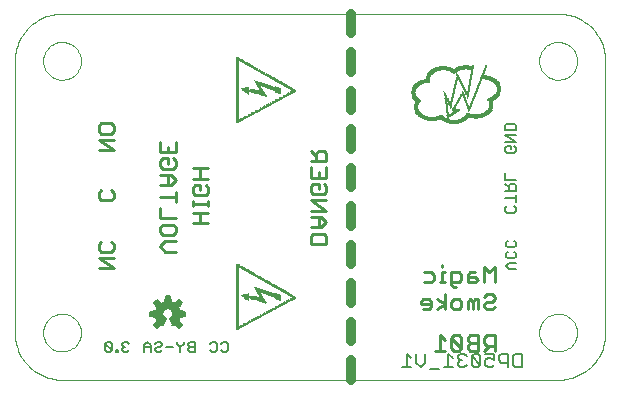
<source format=gbo>
G75*
G70*
%OFA0B0*%
%FSLAX24Y24*%
%IPPOS*%
%LPD*%
%AMOC8*
5,1,8,0,0,1.08239X$1,22.5*
%
%ADD10R,0.0010X0.2190*%
%ADD11R,0.0010X0.2210*%
%ADD12R,0.0010X0.2200*%
%ADD13R,0.0010X0.2170*%
%ADD14R,0.0010X0.0090*%
%ADD15R,0.0010X0.0100*%
%ADD16R,0.0010X0.0010*%
%ADD17R,0.0010X0.0020*%
%ADD18R,0.0010X0.0030*%
%ADD19R,0.0010X0.0040*%
%ADD20R,0.0010X0.0050*%
%ADD21R,0.0010X0.0060*%
%ADD22R,0.0010X0.0070*%
%ADD23R,0.0010X0.0110*%
%ADD24R,0.0010X0.0130*%
%ADD25R,0.0010X0.0140*%
%ADD26R,0.0010X0.0160*%
%ADD27R,0.0010X0.0170*%
%ADD28R,0.0010X0.0180*%
%ADD29R,0.0010X0.0200*%
%ADD30R,0.0010X0.0210*%
%ADD31R,0.0010X0.0220*%
%ADD32R,0.0010X0.0240*%
%ADD33R,0.0010X0.0080*%
%ADD34R,0.0010X0.0120*%
%ADD35R,0.0010X0.0150*%
%ADD36R,0.0010X0.0230*%
%ADD37R,0.0010X0.0310*%
%ADD38R,0.0010X0.0300*%
%ADD39R,0.0010X0.0290*%
%ADD40R,0.0010X0.0270*%
%ADD41R,0.0010X0.0260*%
%ADD42R,0.0010X0.0250*%
%ADD43R,0.0010X0.0190*%
%ADD44C,0.0060*%
%ADD45C,0.0090*%
%ADD46R,0.0110X0.0005*%
%ADD47R,0.0210X0.0005*%
%ADD48R,0.0280X0.0005*%
%ADD49R,0.0325X0.0005*%
%ADD50R,0.0365X0.0005*%
%ADD51R,0.0410X0.0005*%
%ADD52R,0.0440X0.0005*%
%ADD53R,0.0470X0.0005*%
%ADD54R,0.0505X0.0005*%
%ADD55R,0.0530X0.0005*%
%ADD56R,0.0555X0.0005*%
%ADD57R,0.0580X0.0005*%
%ADD58R,0.0600X0.0005*%
%ADD59R,0.0625X0.0005*%
%ADD60R,0.0645X0.0005*%
%ADD61R,0.0665X0.0005*%
%ADD62R,0.0685X0.0005*%
%ADD63R,0.0705X0.0005*%
%ADD64R,0.0715X0.0005*%
%ADD65R,0.0735X0.0005*%
%ADD66R,0.0755X0.0005*%
%ADD67R,0.0090X0.0005*%
%ADD68R,0.0770X0.0005*%
%ADD69R,0.0190X0.0005*%
%ADD70R,0.0355X0.0005*%
%ADD71R,0.0360X0.0005*%
%ADD72R,0.0260X0.0005*%
%ADD73R,0.0315X0.0005*%
%ADD74R,0.0320X0.0005*%
%ADD75R,0.0295X0.0005*%
%ADD76R,0.0275X0.0005*%
%ADD77R,0.0400X0.0005*%
%ADD78R,0.0265X0.0005*%
%ADD79R,0.0435X0.0005*%
%ADD80R,0.0255X0.0005*%
%ADD81R,0.0465X0.0005*%
%ADD82R,0.0245X0.0005*%
%ADD83R,0.0495X0.0005*%
%ADD84R,0.0235X0.0005*%
%ADD85R,0.0525X0.0005*%
%ADD86R,0.0230X0.0005*%
%ADD87R,0.0240X0.0005*%
%ADD88R,0.0545X0.0005*%
%ADD89R,0.0820X0.0005*%
%ADD90R,0.0220X0.0005*%
%ADD91R,0.0025X0.0005*%
%ADD92R,0.0795X0.0005*%
%ADD93R,0.0215X0.0005*%
%ADD94R,0.0035X0.0005*%
%ADD95R,0.0040X0.0005*%
%ADD96R,0.0800X0.0005*%
%ADD97R,0.0205X0.0005*%
%ADD98R,0.0050X0.0005*%
%ADD99R,0.0805X0.0005*%
%ADD100R,0.0165X0.0005*%
%ADD101R,0.0055X0.0005*%
%ADD102R,0.0200X0.0005*%
%ADD103R,0.0060X0.0005*%
%ADD104R,0.0300X0.0005*%
%ADD105R,0.0195X0.0005*%
%ADD106R,0.0065X0.0005*%
%ADD107R,0.0345X0.0005*%
%ADD108R,0.0070X0.0005*%
%ADD109R,0.0385X0.0005*%
%ADD110R,0.0080X0.0005*%
%ADD111R,0.0425X0.0005*%
%ADD112R,0.0185X0.0005*%
%ADD113R,0.0085X0.0005*%
%ADD114R,0.0635X0.0005*%
%ADD115R,0.0810X0.0005*%
%ADD116R,0.0095X0.0005*%
%ADD117R,0.0335X0.0005*%
%ADD118R,0.0655X0.0005*%
%ADD119R,0.0105X0.0005*%
%ADD120R,0.0290X0.0005*%
%ADD121R,0.0660X0.0005*%
%ADD122R,0.0115X0.0005*%
%ADD123R,0.0285X0.0005*%
%ADD124R,0.0120X0.0005*%
%ADD125R,0.0270X0.0005*%
%ADD126R,0.0675X0.0005*%
%ADD127R,0.0130X0.0005*%
%ADD128R,0.0680X0.0005*%
%ADD129R,0.0135X0.0005*%
%ADD130R,0.0250X0.0005*%
%ADD131R,0.0140X0.0005*%
%ADD132R,0.0180X0.0005*%
%ADD133R,0.0695X0.0005*%
%ADD134R,0.0150X0.0005*%
%ADD135R,0.0160X0.0005*%
%ADD136R,0.0155X0.0005*%
%ADD137R,0.0145X0.0005*%
%ADD138R,0.0700X0.0005*%
%ADD139R,0.0225X0.0005*%
%ADD140R,0.0170X0.0005*%
%ADD141R,0.0100X0.0005*%
%ADD142R,0.0075X0.0005*%
%ADD143R,0.0720X0.0005*%
%ADD144R,0.0725X0.0005*%
%ADD145R,0.0340X0.0005*%
%ADD146R,0.0305X0.0005*%
%ADD147R,0.0175X0.0005*%
%ADD148R,0.0005X0.0005*%
%ADD149R,0.0010X0.0005*%
%ADD150R,0.0015X0.0005*%
%ADD151R,0.0020X0.0005*%
%ADD152R,0.0030X0.0005*%
%ADD153R,0.0125X0.0005*%
%ADD154R,0.0045X0.0005*%
%ADD155R,0.0370X0.0005*%
%ADD156R,0.0375X0.0005*%
%ADD157R,0.0350X0.0005*%
%ADD158R,0.0330X0.0005*%
%ADD159R,0.0485X0.0005*%
%ADD160R,0.0480X0.0005*%
%ADD161R,0.0460X0.0005*%
%ADD162R,0.0445X0.0005*%
%ADD163R,0.0310X0.0005*%
%ADD164R,0.0380X0.0005*%
%ADD165R,0.0415X0.0005*%
%ADD166R,0.0450X0.0005*%
%ADD167R,0.0490X0.0005*%
%ADD168R,0.0965X0.0005*%
%ADD169R,0.0975X0.0005*%
%ADD170R,0.0980X0.0005*%
%ADD171R,0.0990X0.0005*%
%ADD172R,0.1005X0.0005*%
%ADD173R,0.0615X0.0005*%
%ADD174R,0.0640X0.0005*%
%ADD175R,0.0605X0.0005*%
%ADD176R,0.0620X0.0005*%
%ADD177R,0.0590X0.0005*%
%ADD178R,0.0570X0.0005*%
%ADD179R,0.0540X0.0005*%
%ADD180R,0.0515X0.0005*%
%ADD181R,0.0565X0.0005*%
%ADD182R,0.0535X0.0005*%
%ADD183R,0.0395X0.0005*%
%ADD184R,0.0520X0.0005*%
%ADD185R,0.0500X0.0005*%
%ADD186R,0.0430X0.0005*%
%ADD187C,0.0320*%
%ADD188C,0.0000*%
%ADD189C,0.0059*%
D10*
X010535Y006172D03*
X010585Y006172D03*
X010585Y013062D03*
X010535Y013062D03*
D11*
X010545Y013062D03*
X010555Y013062D03*
X010565Y013062D03*
X010565Y006172D03*
X010555Y006172D03*
X010545Y006172D03*
D12*
X010575Y006177D03*
X010575Y013067D03*
D13*
X010595Y013062D03*
X010595Y006172D03*
D14*
X010775Y006202D03*
X010985Y006162D03*
X010995Y006162D03*
X011005Y006162D03*
X011195Y006432D03*
X011315Y006392D03*
X011325Y006392D03*
X011535Y006682D03*
X011525Y006692D03*
X011515Y006692D03*
X011505Y006702D03*
X011495Y006702D03*
X011485Y006712D03*
X011465Y006722D03*
X011445Y006732D03*
X011435Y006742D03*
X011425Y006742D03*
X011415Y006752D03*
X011395Y006762D03*
X011375Y006772D03*
X011365Y006782D03*
X011355Y006782D03*
X011345Y006792D03*
X011325Y006802D03*
X011305Y006812D03*
X011285Y006822D03*
X011275Y006832D03*
X011265Y006832D03*
X011255Y006842D03*
X011235Y006852D03*
X011215Y006862D03*
X011205Y006872D03*
X011195Y006872D03*
X011185Y006882D03*
X011165Y006892D03*
X011145Y006902D03*
X011135Y006912D03*
X011125Y006912D03*
X011115Y006922D03*
X011095Y006932D03*
X011075Y006942D03*
X011065Y006952D03*
X011055Y006952D03*
X011045Y006962D03*
X011025Y006972D03*
X011005Y006982D03*
X010995Y006992D03*
X010985Y006992D03*
X010955Y007012D03*
X010935Y007022D03*
X010915Y007032D03*
X010895Y007042D03*
X010885Y007052D03*
X010865Y007062D03*
X010845Y007072D03*
X010835Y007082D03*
X010825Y007082D03*
X010815Y007092D03*
X010795Y007102D03*
X010775Y007112D03*
X010755Y007122D03*
X010745Y007132D03*
X010725Y007142D03*
X010705Y007152D03*
X010685Y007162D03*
X010675Y007172D03*
X010665Y007172D03*
X010655Y007182D03*
X010635Y007192D03*
X010615Y007202D03*
X010605Y007212D03*
X011555Y006672D03*
X011575Y006662D03*
X011585Y006652D03*
X011595Y006652D03*
X011605Y006642D03*
X011625Y006632D03*
X011645Y006622D03*
X011655Y006612D03*
X011675Y006602D03*
X011695Y006592D03*
X011715Y006582D03*
X011725Y006572D03*
X011735Y006572D03*
X011745Y006562D03*
X011765Y006552D03*
X011785Y006542D03*
X011805Y006532D03*
X011815Y006522D03*
X011835Y006512D03*
X011855Y006502D03*
X011875Y006492D03*
X011885Y006482D03*
X011905Y006472D03*
X011925Y006462D03*
X011945Y006452D03*
X011955Y006442D03*
X011965Y006442D03*
X011975Y006432D03*
X011995Y006422D03*
X012015Y006412D03*
X012035Y006402D03*
X012045Y006392D03*
X012065Y006382D03*
X012085Y006372D03*
X012105Y006362D03*
X012115Y006352D03*
X012135Y006342D03*
X012155Y006332D03*
X012175Y006322D03*
X012205Y006302D03*
X012225Y006292D03*
X012245Y006282D03*
X012255Y006272D03*
X012275Y006262D03*
X012295Y006252D03*
X012315Y006242D03*
X012325Y006232D03*
X012335Y006232D03*
X012345Y006222D03*
X012365Y006212D03*
X012385Y006202D03*
X012385Y006092D03*
X012365Y006082D03*
X012345Y006072D03*
X012325Y006062D03*
X012315Y006052D03*
X012305Y006052D03*
X012295Y006042D03*
X012275Y006032D03*
X012255Y006022D03*
X012235Y006012D03*
X012215Y006002D03*
X012195Y005992D03*
X012185Y005982D03*
X012175Y005982D03*
X012165Y005972D03*
X012145Y005962D03*
X012125Y005952D03*
X012105Y005942D03*
X012085Y005932D03*
X012075Y005922D03*
X012065Y005922D03*
X012055Y005912D03*
X012045Y005912D03*
X012035Y005902D03*
X012015Y005892D03*
X011995Y005882D03*
X011975Y005872D03*
X011965Y005862D03*
X011955Y005862D03*
X011945Y005852D03*
X011935Y005852D03*
X011925Y005842D03*
X011915Y005842D03*
X011905Y005832D03*
X011895Y005832D03*
X011885Y005822D03*
X011865Y005812D03*
X011845Y005802D03*
X011825Y005792D03*
X011815Y005782D03*
X011805Y005782D03*
X011795Y005772D03*
X011785Y005772D03*
X011775Y005762D03*
X011765Y005762D03*
X011755Y005752D03*
X011735Y005742D03*
X011715Y005732D03*
X011705Y005722D03*
X011695Y005722D03*
X011675Y005712D03*
X011665Y005702D03*
X011655Y005702D03*
X011645Y005692D03*
X011635Y005692D03*
X011625Y005682D03*
X011605Y005672D03*
X011585Y005662D03*
X011565Y005652D03*
X011545Y005642D03*
X011535Y005632D03*
X011525Y005632D03*
X011515Y005622D03*
X011505Y005622D03*
X011495Y005612D03*
X011475Y005602D03*
X011455Y005592D03*
X011435Y005582D03*
X011415Y005572D03*
X011405Y005562D03*
X011395Y005562D03*
X011385Y005552D03*
X011375Y005552D03*
X011365Y005542D03*
X011345Y005532D03*
X011325Y005522D03*
X011315Y005512D03*
X011305Y005512D03*
X011295Y005502D03*
X011285Y005502D03*
X011275Y005492D03*
X011265Y005492D03*
X011255Y005482D03*
X011245Y005482D03*
X011235Y005472D03*
X011215Y005462D03*
X011195Y005452D03*
X011175Y005442D03*
X011155Y005432D03*
X011145Y005422D03*
X011135Y005422D03*
X011125Y005412D03*
X011115Y005412D03*
X011105Y005402D03*
X011085Y005392D03*
X011065Y005382D03*
X011045Y005372D03*
X011035Y005362D03*
X011025Y005362D03*
X011015Y005352D03*
X011005Y005352D03*
X010995Y005342D03*
X010985Y005342D03*
X010975Y005332D03*
X010955Y005322D03*
X010935Y005312D03*
X010915Y005302D03*
X010905Y005292D03*
X010895Y005292D03*
X010885Y005282D03*
X010875Y005282D03*
X010865Y005272D03*
X010855Y005272D03*
X010845Y005262D03*
X010825Y005252D03*
X010805Y005242D03*
X010785Y005232D03*
X010765Y005222D03*
X010755Y005212D03*
X010745Y005212D03*
X010735Y005202D03*
X010725Y005202D03*
X010715Y005192D03*
X010695Y005182D03*
X010675Y005172D03*
X010655Y005162D03*
X010635Y005152D03*
X010625Y005142D03*
X010615Y005142D03*
X010605Y005132D03*
X012485Y006142D03*
X010605Y012022D03*
X010615Y012032D03*
X010625Y012032D03*
X010635Y012042D03*
X010655Y012052D03*
X010675Y012062D03*
X010695Y012072D03*
X010715Y012082D03*
X010725Y012092D03*
X010735Y012092D03*
X010745Y012102D03*
X010755Y012102D03*
X010765Y012112D03*
X010785Y012122D03*
X010805Y012132D03*
X010825Y012142D03*
X010845Y012152D03*
X010855Y012162D03*
X010865Y012162D03*
X010875Y012172D03*
X010885Y012172D03*
X010895Y012182D03*
X010905Y012182D03*
X010915Y012192D03*
X010935Y012202D03*
X010955Y012212D03*
X010975Y012222D03*
X010985Y012232D03*
X010995Y012232D03*
X011005Y012242D03*
X011015Y012242D03*
X011025Y012252D03*
X011035Y012252D03*
X011045Y012262D03*
X011065Y012272D03*
X011085Y012282D03*
X011105Y012292D03*
X011115Y012302D03*
X011125Y012302D03*
X011135Y012312D03*
X011145Y012312D03*
X011155Y012322D03*
X011175Y012332D03*
X011195Y012342D03*
X011215Y012352D03*
X011235Y012362D03*
X011245Y012372D03*
X011255Y012372D03*
X011265Y012382D03*
X011275Y012382D03*
X011285Y012392D03*
X011295Y012392D03*
X011305Y012402D03*
X011315Y012402D03*
X011325Y012412D03*
X011345Y012422D03*
X011365Y012432D03*
X011375Y012442D03*
X011385Y012442D03*
X011395Y012452D03*
X011405Y012452D03*
X011415Y012462D03*
X011435Y012472D03*
X011455Y012482D03*
X011475Y012492D03*
X011495Y012502D03*
X011505Y012512D03*
X011515Y012512D03*
X011525Y012522D03*
X011535Y012522D03*
X011545Y012532D03*
X011565Y012542D03*
X011585Y012552D03*
X011605Y012562D03*
X011625Y012572D03*
X011635Y012582D03*
X011645Y012582D03*
X011655Y012592D03*
X011665Y012592D03*
X011675Y012602D03*
X011695Y012612D03*
X011705Y012612D03*
X011715Y012622D03*
X011735Y012632D03*
X011755Y012642D03*
X011765Y012652D03*
X011775Y012652D03*
X011785Y012662D03*
X011795Y012662D03*
X011805Y012672D03*
X011815Y012672D03*
X011825Y012682D03*
X011845Y012692D03*
X011865Y012702D03*
X011885Y012712D03*
X011895Y012722D03*
X011905Y012722D03*
X011915Y012732D03*
X011925Y012732D03*
X011935Y012742D03*
X011945Y012742D03*
X011955Y012752D03*
X011965Y012752D03*
X011975Y012762D03*
X011995Y012772D03*
X012015Y012782D03*
X012035Y012792D03*
X012045Y012802D03*
X012055Y012802D03*
X012065Y012812D03*
X012075Y012812D03*
X012085Y012822D03*
X012105Y012832D03*
X012125Y012842D03*
X012145Y012852D03*
X012165Y012862D03*
X012175Y012872D03*
X012185Y012872D03*
X012195Y012882D03*
X012215Y012892D03*
X012235Y012902D03*
X012255Y012912D03*
X012275Y012922D03*
X012295Y012932D03*
X012305Y012942D03*
X012315Y012942D03*
X012325Y012952D03*
X012345Y012962D03*
X012365Y012972D03*
X012385Y012982D03*
X012385Y013092D03*
X012365Y013102D03*
X012345Y013112D03*
X012335Y013122D03*
X012325Y013122D03*
X012315Y013132D03*
X012295Y013142D03*
X012275Y013152D03*
X012255Y013162D03*
X012245Y013172D03*
X012225Y013182D03*
X012205Y013192D03*
X012175Y013212D03*
X012155Y013222D03*
X012135Y013232D03*
X012115Y013242D03*
X012105Y013252D03*
X012085Y013262D03*
X012065Y013272D03*
X012045Y013282D03*
X012035Y013292D03*
X012015Y013302D03*
X011995Y013312D03*
X011975Y013322D03*
X011965Y013332D03*
X011955Y013332D03*
X011945Y013342D03*
X011925Y013352D03*
X011905Y013362D03*
X011885Y013372D03*
X011875Y013382D03*
X011855Y013392D03*
X011835Y013402D03*
X011815Y013412D03*
X011805Y013422D03*
X011785Y013432D03*
X011765Y013442D03*
X011745Y013452D03*
X011735Y013462D03*
X011725Y013462D03*
X011715Y013472D03*
X011695Y013482D03*
X011675Y013492D03*
X011655Y013502D03*
X011645Y013512D03*
X011625Y013522D03*
X011605Y013532D03*
X011595Y013542D03*
X011585Y013542D03*
X011575Y013552D03*
X011555Y013562D03*
X011535Y013572D03*
X011525Y013582D03*
X011515Y013582D03*
X011505Y013592D03*
X011495Y013592D03*
X011485Y013602D03*
X011465Y013612D03*
X011445Y013622D03*
X011435Y013632D03*
X011425Y013632D03*
X011415Y013642D03*
X011395Y013652D03*
X011375Y013662D03*
X011365Y013672D03*
X011355Y013672D03*
X011345Y013682D03*
X011325Y013692D03*
X011305Y013702D03*
X011285Y013712D03*
X011275Y013722D03*
X011265Y013722D03*
X011255Y013732D03*
X011235Y013742D03*
X011215Y013752D03*
X011205Y013762D03*
X011195Y013762D03*
X011185Y013772D03*
X011165Y013782D03*
X011145Y013792D03*
X011135Y013802D03*
X011125Y013802D03*
X011115Y013812D03*
X011095Y013822D03*
X011075Y013832D03*
X011065Y013842D03*
X011055Y013842D03*
X011045Y013852D03*
X011025Y013862D03*
X011005Y013872D03*
X010995Y013882D03*
X010985Y013882D03*
X010955Y013902D03*
X010935Y013912D03*
X010915Y013922D03*
X010895Y013932D03*
X010885Y013942D03*
X010865Y013952D03*
X010845Y013962D03*
X010835Y013972D03*
X010825Y013972D03*
X010815Y013982D03*
X010795Y013992D03*
X010775Y014002D03*
X010755Y014012D03*
X010745Y014022D03*
X010725Y014032D03*
X010705Y014042D03*
X010685Y014052D03*
X010675Y014062D03*
X010665Y014062D03*
X010655Y014072D03*
X010635Y014082D03*
X010615Y014092D03*
X010605Y014102D03*
X011195Y013322D03*
X011315Y013282D03*
X011325Y013282D03*
X011005Y013052D03*
X010995Y013052D03*
X010985Y013052D03*
X010775Y013092D03*
X012485Y013032D03*
D15*
X012475Y013037D03*
X012375Y013097D03*
X012355Y013107D03*
X012305Y013137D03*
X012285Y013147D03*
X012265Y013157D03*
X012235Y013177D03*
X012215Y013187D03*
X012195Y013197D03*
X012185Y013207D03*
X012165Y013217D03*
X012145Y013227D03*
X012125Y013237D03*
X012095Y013257D03*
X012075Y013267D03*
X012055Y013277D03*
X012025Y013297D03*
X012005Y013307D03*
X011985Y013317D03*
X011935Y013347D03*
X011915Y013357D03*
X011895Y013367D03*
X011865Y013387D03*
X011845Y013397D03*
X011825Y013407D03*
X011795Y013427D03*
X011775Y013437D03*
X011755Y013447D03*
X011705Y013477D03*
X011685Y013487D03*
X011665Y013497D03*
X011635Y013517D03*
X011615Y013527D03*
X011565Y013557D03*
X011545Y013567D03*
X011475Y013607D03*
X011455Y013617D03*
X011405Y013647D03*
X011385Y013657D03*
X011335Y013687D03*
X011315Y013697D03*
X011295Y013707D03*
X011245Y013737D03*
X011225Y013747D03*
X011175Y013777D03*
X011155Y013787D03*
X011105Y013817D03*
X011085Y013827D03*
X011035Y013857D03*
X011015Y013867D03*
X010975Y013887D03*
X010965Y013897D03*
X010945Y013907D03*
X010925Y013917D03*
X010905Y013927D03*
X010875Y013947D03*
X010855Y013957D03*
X010805Y013987D03*
X010785Y013997D03*
X010765Y014007D03*
X010735Y014027D03*
X010715Y014037D03*
X010695Y014047D03*
X010645Y014077D03*
X010625Y014087D03*
X011205Y013317D03*
X011335Y013277D03*
X011345Y013277D03*
X011355Y013267D03*
X011365Y013267D03*
X011375Y013267D03*
X011415Y013247D03*
X011075Y013037D03*
X011045Y013047D03*
X011035Y013047D03*
X011025Y013047D03*
X011015Y013047D03*
X010795Y013087D03*
X010785Y013087D03*
X011475Y012917D03*
X011685Y012607D03*
X011725Y012627D03*
X011745Y012637D03*
X011835Y012687D03*
X011855Y012697D03*
X011875Y012707D03*
X011985Y012767D03*
X012005Y012777D03*
X012025Y012787D03*
X012095Y012827D03*
X012115Y012837D03*
X012135Y012847D03*
X012155Y012857D03*
X012205Y012887D03*
X012225Y012897D03*
X012245Y012907D03*
X012265Y012917D03*
X012285Y012927D03*
X012335Y012957D03*
X012355Y012967D03*
X012375Y012977D03*
X011615Y012567D03*
X011595Y012557D03*
X011575Y012547D03*
X011555Y012537D03*
X011485Y012497D03*
X011465Y012487D03*
X011445Y012477D03*
X011425Y012467D03*
X011355Y012427D03*
X011335Y012417D03*
X011225Y012357D03*
X011205Y012347D03*
X011185Y012337D03*
X011165Y012327D03*
X011095Y012287D03*
X011075Y012277D03*
X011055Y012267D03*
X010965Y012217D03*
X010945Y012207D03*
X010925Y012197D03*
X010835Y012147D03*
X010815Y012137D03*
X010795Y012127D03*
X010775Y012117D03*
X010705Y012077D03*
X010685Y012067D03*
X010665Y012057D03*
X010645Y012047D03*
X010625Y007197D03*
X010645Y007187D03*
X010695Y007157D03*
X010715Y007147D03*
X010735Y007137D03*
X010765Y007117D03*
X010785Y007107D03*
X010805Y007097D03*
X010855Y007067D03*
X010875Y007057D03*
X010905Y007037D03*
X010925Y007027D03*
X010945Y007017D03*
X010965Y007007D03*
X010975Y006997D03*
X011015Y006977D03*
X011035Y006967D03*
X011085Y006937D03*
X011105Y006927D03*
X011155Y006897D03*
X011175Y006887D03*
X011225Y006857D03*
X011245Y006847D03*
X011295Y006817D03*
X011315Y006807D03*
X011335Y006797D03*
X011385Y006767D03*
X011405Y006757D03*
X011455Y006727D03*
X011475Y006717D03*
X011545Y006677D03*
X011565Y006667D03*
X011615Y006637D03*
X011635Y006627D03*
X011665Y006607D03*
X011685Y006597D03*
X011705Y006587D03*
X011755Y006557D03*
X011775Y006547D03*
X011795Y006537D03*
X011825Y006517D03*
X011845Y006507D03*
X011865Y006497D03*
X011895Y006477D03*
X011915Y006467D03*
X011935Y006457D03*
X011985Y006427D03*
X012005Y006417D03*
X012025Y006407D03*
X012055Y006387D03*
X012075Y006377D03*
X012095Y006367D03*
X012125Y006347D03*
X012145Y006337D03*
X012165Y006327D03*
X012185Y006317D03*
X012195Y006307D03*
X012215Y006297D03*
X012235Y006287D03*
X012265Y006267D03*
X012285Y006257D03*
X012305Y006247D03*
X012355Y006217D03*
X012375Y006207D03*
X012475Y006147D03*
X012375Y006087D03*
X012355Y006077D03*
X012335Y006067D03*
X012285Y006037D03*
X012265Y006027D03*
X012245Y006017D03*
X012225Y006007D03*
X012205Y005997D03*
X012155Y005967D03*
X012135Y005957D03*
X012115Y005947D03*
X012095Y005937D03*
X012025Y005897D03*
X012005Y005887D03*
X011985Y005877D03*
X011875Y005817D03*
X011855Y005807D03*
X011835Y005797D03*
X011745Y005747D03*
X011725Y005737D03*
X011685Y005717D03*
X011615Y005677D03*
X011595Y005667D03*
X011575Y005657D03*
X011555Y005647D03*
X011485Y005607D03*
X011465Y005597D03*
X011445Y005587D03*
X011425Y005577D03*
X011355Y005537D03*
X011335Y005527D03*
X011225Y005467D03*
X011205Y005457D03*
X011185Y005447D03*
X011165Y005437D03*
X011095Y005397D03*
X011075Y005387D03*
X011055Y005377D03*
X010965Y005327D03*
X010945Y005317D03*
X010925Y005307D03*
X010835Y005257D03*
X010815Y005247D03*
X010795Y005237D03*
X010775Y005227D03*
X010705Y005187D03*
X010685Y005177D03*
X010665Y005167D03*
X010645Y005157D03*
X011075Y006147D03*
X011045Y006157D03*
X011035Y006157D03*
X011025Y006157D03*
X011015Y006157D03*
X010795Y006197D03*
X010785Y006197D03*
X011205Y006427D03*
X011335Y006387D03*
X011345Y006387D03*
X011355Y006377D03*
X011365Y006377D03*
X011375Y006377D03*
X011415Y006357D03*
X011475Y006027D03*
D16*
X011145Y006482D03*
X010695Y006212D03*
X010695Y013102D03*
X011145Y013372D03*
D17*
X010705Y013107D03*
X011535Y012857D03*
X010705Y006217D03*
X011535Y005967D03*
D18*
X011525Y005982D03*
X011155Y006472D03*
X010715Y006212D03*
X011525Y012872D03*
X011155Y013362D03*
X010715Y013102D03*
D19*
X010725Y013097D03*
X011515Y012877D03*
X010725Y006207D03*
X011515Y005987D03*
D20*
X011175Y006452D03*
X011165Y006462D03*
X010735Y006212D03*
X010735Y013102D03*
X011165Y013352D03*
X011175Y013342D03*
D21*
X010745Y013097D03*
X011505Y012887D03*
X012505Y013037D03*
X010745Y006207D03*
X011505Y005997D03*
X012505Y006147D03*
D22*
X011495Y006012D03*
X011185Y006442D03*
X010765Y006202D03*
X010755Y006202D03*
X011495Y012902D03*
X011185Y013332D03*
X010765Y013092D03*
X010755Y013092D03*
D23*
X010805Y013082D03*
X011055Y013042D03*
X011065Y013042D03*
X011085Y013032D03*
X011095Y013032D03*
X011105Y013032D03*
X011115Y013032D03*
X011215Y013302D03*
X011385Y013262D03*
X011395Y013252D03*
X011405Y013252D03*
X011425Y013242D03*
X011435Y013242D03*
X011445Y013242D03*
X011465Y013232D03*
X011215Y006412D03*
X011385Y006372D03*
X011395Y006362D03*
X011405Y006362D03*
X011425Y006352D03*
X011435Y006352D03*
X011445Y006352D03*
X011465Y006342D03*
X011115Y006142D03*
X011105Y006142D03*
X011095Y006142D03*
X011085Y006142D03*
X011065Y006152D03*
X011055Y006152D03*
X010805Y006192D03*
D24*
X010815Y006192D03*
X011155Y006132D03*
X011165Y006132D03*
X011175Y006132D03*
X011185Y006132D03*
X011525Y006322D03*
X011545Y006312D03*
X011555Y006312D03*
X011575Y006302D03*
X011585Y006302D03*
X011605Y006292D03*
X011635Y006282D03*
X011225Y006402D03*
X011185Y013022D03*
X011175Y013022D03*
X011165Y013022D03*
X011155Y013022D03*
X011225Y013292D03*
X011525Y013212D03*
X011545Y013202D03*
X011555Y013202D03*
X011575Y013192D03*
X011585Y013192D03*
X011605Y013182D03*
X011635Y013172D03*
X010815Y013082D03*
D25*
X010825Y013077D03*
X010835Y013077D03*
X011195Y013017D03*
X011205Y013017D03*
X011215Y013017D03*
X011235Y013007D03*
X011245Y013007D03*
X011255Y013007D03*
X011445Y012947D03*
X011595Y013187D03*
X011615Y013177D03*
X011625Y013177D03*
X011645Y013167D03*
X011655Y013167D03*
X011675Y013157D03*
X011705Y013147D03*
X011235Y013287D03*
X012435Y013037D03*
X012445Y013037D03*
X011235Y006397D03*
X010835Y006187D03*
X010825Y006187D03*
X011195Y006127D03*
X011205Y006127D03*
X011215Y006127D03*
X011235Y006117D03*
X011245Y006117D03*
X011255Y006117D03*
X011445Y006057D03*
X011595Y006297D03*
X011615Y006287D03*
X011625Y006287D03*
X011645Y006277D03*
X011655Y006277D03*
X011675Y006267D03*
X011705Y006257D03*
X012435Y006147D03*
X012445Y006147D03*
D26*
X012425Y006147D03*
X012415Y006147D03*
X011845Y006207D03*
X011825Y006217D03*
X011815Y006217D03*
X011795Y006227D03*
X011785Y006227D03*
X011435Y006067D03*
X011425Y006077D03*
X011305Y006107D03*
X011299Y006108D03*
X011293Y006108D03*
X010945Y006207D03*
X010845Y006187D03*
X011435Y012957D03*
X011425Y012967D03*
X011305Y012997D03*
X011299Y012997D03*
X011293Y012998D03*
X010945Y013097D03*
X010845Y013077D03*
X011785Y013117D03*
X011795Y013117D03*
X011815Y013107D03*
X011825Y013107D03*
X011845Y013097D03*
X012415Y013037D03*
X012425Y013037D03*
D27*
X011945Y013062D03*
X011915Y013072D03*
X011895Y013082D03*
X011885Y013082D03*
X011865Y013092D03*
X011855Y013092D03*
X011835Y013102D03*
X011255Y013262D03*
X010865Y013072D03*
X010855Y013072D03*
X011255Y006372D03*
X010865Y006182D03*
X010855Y006182D03*
X011835Y006212D03*
X011855Y006202D03*
X011865Y006202D03*
X011885Y006192D03*
X011895Y006192D03*
X011915Y006182D03*
X011945Y006172D03*
D28*
X011935Y006177D03*
X011925Y006177D03*
X011905Y006187D03*
X011875Y006197D03*
X011955Y006167D03*
X011965Y006167D03*
X011985Y006157D03*
X011995Y006157D03*
X012405Y006147D03*
X011415Y006087D03*
X011265Y006367D03*
X010875Y006177D03*
X011415Y012977D03*
X011265Y013257D03*
X010875Y013067D03*
X011875Y013087D03*
X011905Y013077D03*
X011925Y013067D03*
X011935Y013067D03*
X011955Y013057D03*
X011965Y013057D03*
X011985Y013047D03*
X011995Y013047D03*
X012405Y013037D03*
D29*
X012395Y013037D03*
X011405Y012987D03*
X011395Y012997D03*
X011275Y013247D03*
X010885Y013067D03*
X011275Y006357D03*
X010885Y006177D03*
X011395Y006107D03*
X011405Y006097D03*
X012395Y006147D03*
D30*
X011285Y006342D03*
X010905Y006172D03*
X010895Y006172D03*
X010895Y013062D03*
X010905Y013062D03*
X011285Y013232D03*
D31*
X010915Y013057D03*
X011385Y013007D03*
X010915Y006167D03*
X011385Y006117D03*
D32*
X011375Y006127D03*
X011305Y006327D03*
X010935Y006167D03*
X010925Y006167D03*
X011375Y013017D03*
X011305Y013217D03*
X010935Y013057D03*
X010925Y013057D03*
D33*
X010955Y013057D03*
X010965Y013057D03*
X010975Y013057D03*
X010955Y013147D03*
X011485Y012907D03*
X012495Y013037D03*
X010955Y006257D03*
X010955Y006167D03*
X010965Y006167D03*
X010975Y006167D03*
X011485Y006017D03*
X012495Y006147D03*
D34*
X012465Y006147D03*
X012455Y006147D03*
X012005Y006127D03*
X011565Y006307D03*
X011535Y006317D03*
X011515Y006327D03*
X011505Y006327D03*
X011498Y006327D03*
X011494Y006330D03*
X011485Y006337D03*
X011475Y006337D03*
X011455Y006347D03*
X011455Y006047D03*
X011465Y006037D03*
X011145Y006137D03*
X011135Y006137D03*
X011125Y006137D03*
X011465Y012927D03*
X011455Y012937D03*
X011145Y013027D03*
X011135Y013027D03*
X011125Y013027D03*
X011455Y013237D03*
X011475Y013227D03*
X011485Y013227D03*
X011494Y013220D03*
X011498Y013217D03*
X011505Y013217D03*
X011515Y013217D03*
X011535Y013207D03*
X011565Y013197D03*
X012005Y013017D03*
X012455Y013037D03*
X012465Y013037D03*
D35*
X011805Y013112D03*
X011775Y013122D03*
X011765Y013122D03*
X011755Y013132D03*
X011745Y013132D03*
X011735Y013132D03*
X011725Y013142D03*
X011715Y013142D03*
X011695Y013152D03*
X011685Y013152D03*
X011665Y013162D03*
X011285Y013002D03*
X011275Y013002D03*
X011265Y013002D03*
X011225Y013012D03*
X011245Y013272D03*
X011245Y006382D03*
X011225Y006122D03*
X011265Y006112D03*
X011275Y006112D03*
X011285Y006112D03*
X011665Y006272D03*
X011685Y006262D03*
X011695Y006262D03*
X011715Y006252D03*
X011725Y006252D03*
X011735Y006242D03*
X011745Y006242D03*
X011755Y006242D03*
X011765Y006232D03*
X011775Y006232D03*
X011805Y006222D03*
D36*
X011295Y006332D03*
X011295Y013222D03*
D37*
X011315Y013072D03*
X011315Y006182D03*
D38*
X011325Y006177D03*
X011325Y013067D03*
D39*
X011335Y013052D03*
X011335Y006162D03*
D40*
X011345Y006152D03*
X011345Y013042D03*
D41*
X011355Y013037D03*
X011355Y006147D03*
D42*
X011365Y006132D03*
X011365Y013022D03*
D43*
X011975Y013052D03*
X012005Y013042D03*
X011975Y006162D03*
X012005Y006152D03*
D44*
X010244Y004620D02*
X010244Y004393D01*
X010187Y004336D01*
X010073Y004336D01*
X010017Y004393D01*
X009875Y004393D02*
X009819Y004336D01*
X009705Y004336D01*
X009648Y004393D01*
X009875Y004393D02*
X009875Y004620D01*
X009819Y004676D01*
X009705Y004676D01*
X009648Y004620D01*
X010017Y004620D02*
X010073Y004676D01*
X010187Y004676D01*
X010244Y004620D01*
X009139Y004676D02*
X009139Y004336D01*
X008969Y004336D01*
X008912Y004393D01*
X008912Y004450D01*
X008969Y004506D01*
X009139Y004506D01*
X009139Y004676D02*
X008969Y004676D01*
X008912Y004620D01*
X008912Y004563D01*
X008969Y004506D01*
X008770Y004620D02*
X008657Y004506D01*
X008657Y004336D01*
X008657Y004506D02*
X008544Y004620D01*
X008544Y004676D01*
X008402Y004506D02*
X008175Y004506D01*
X008034Y004563D02*
X008034Y004620D01*
X007977Y004676D01*
X007864Y004676D01*
X007807Y004620D01*
X007864Y004506D02*
X007807Y004450D01*
X007807Y004393D01*
X007864Y004336D01*
X007977Y004336D01*
X008034Y004393D01*
X007977Y004506D02*
X007864Y004506D01*
X007977Y004506D02*
X008034Y004563D01*
X007665Y004563D02*
X007665Y004336D01*
X007665Y004506D02*
X007439Y004506D01*
X007439Y004563D02*
X007439Y004336D01*
X007439Y004563D02*
X007552Y004676D01*
X007665Y004563D01*
X006929Y004620D02*
X006872Y004676D01*
X006759Y004676D01*
X006702Y004620D01*
X006702Y004563D01*
X006759Y004506D01*
X006702Y004450D01*
X006702Y004393D01*
X006759Y004336D01*
X006872Y004336D01*
X006929Y004393D01*
X006815Y004506D02*
X006759Y004506D01*
X006560Y004393D02*
X006504Y004393D01*
X006504Y004336D01*
X006560Y004336D01*
X006560Y004393D01*
X006376Y004393D02*
X006149Y004620D01*
X006149Y004393D01*
X006206Y004336D01*
X006320Y004336D01*
X006376Y004393D01*
X006376Y004620D01*
X006320Y004676D01*
X006206Y004676D01*
X006149Y004620D01*
X008770Y004676D02*
X008770Y004620D01*
X016057Y003839D02*
X016351Y003839D01*
X016204Y003839D02*
X016204Y004280D01*
X016351Y004133D01*
X016517Y003986D02*
X016517Y004280D01*
X016811Y004280D02*
X016811Y003986D01*
X016664Y003839D01*
X016517Y003986D01*
X016978Y003766D02*
X017271Y003766D01*
X017438Y003839D02*
X017732Y003839D01*
X017585Y003839D02*
X017585Y004280D01*
X017732Y004133D01*
X017899Y004133D02*
X017972Y004060D01*
X017899Y003986D01*
X017899Y003913D01*
X017972Y003839D01*
X018119Y003839D01*
X018192Y003913D01*
X018359Y003913D02*
X018432Y003839D01*
X018579Y003839D01*
X018653Y003913D01*
X018359Y004206D01*
X018359Y003913D01*
X018359Y004206D02*
X018432Y004280D01*
X018579Y004280D01*
X018653Y004206D01*
X018653Y003913D01*
X018819Y003913D02*
X018893Y003839D01*
X019040Y003839D01*
X019113Y003913D01*
X019113Y004060D02*
X018966Y004133D01*
X018893Y004133D01*
X018819Y004060D01*
X018819Y003913D01*
X019113Y004060D02*
X019113Y004280D01*
X018819Y004280D01*
X019280Y004206D02*
X019280Y004060D01*
X019353Y003986D01*
X019573Y003986D01*
X019573Y003839D02*
X019573Y004280D01*
X019353Y004280D01*
X019280Y004206D01*
X019740Y004206D02*
X019740Y003913D01*
X019814Y003839D01*
X020034Y003839D01*
X020034Y004280D01*
X019814Y004280D01*
X019740Y004206D01*
X018192Y004206D02*
X018119Y004280D01*
X017972Y004280D01*
X017899Y004206D01*
X017899Y004133D01*
X017972Y004060D02*
X018045Y004060D01*
X019615Y007096D02*
X019502Y007209D01*
X019615Y007322D01*
X019842Y007322D01*
X019786Y007464D02*
X019559Y007464D01*
X019502Y007521D01*
X019502Y007634D01*
X019559Y007691D01*
X019559Y007832D02*
X019502Y007889D01*
X019502Y008002D01*
X019559Y008059D01*
X019786Y008059D02*
X019842Y008002D01*
X019842Y007889D01*
X019786Y007832D01*
X019559Y007832D01*
X019786Y007691D02*
X019842Y007634D01*
X019842Y007521D01*
X019786Y007464D01*
X019842Y007096D02*
X019615Y007096D01*
X019547Y008986D02*
X019490Y009043D01*
X019490Y009156D01*
X019547Y009213D01*
X019774Y009213D02*
X019831Y009156D01*
X019831Y009043D01*
X019774Y008986D01*
X019547Y008986D01*
X019831Y009354D02*
X019831Y009581D01*
X019831Y009468D02*
X019490Y009468D01*
X019490Y009723D02*
X019831Y009723D01*
X019831Y009893D01*
X019774Y009950D01*
X019660Y009950D01*
X019604Y009893D01*
X019604Y009723D01*
X019604Y009836D02*
X019490Y009950D01*
X019490Y010091D02*
X019490Y010318D01*
X019490Y010091D02*
X019831Y010091D01*
X019774Y010989D02*
X019547Y010989D01*
X019490Y011046D01*
X019490Y011159D01*
X019547Y011216D01*
X019660Y011216D01*
X019660Y011103D01*
X019774Y011216D02*
X019831Y011159D01*
X019831Y011046D01*
X019774Y010989D01*
X019831Y011358D02*
X019490Y011358D01*
X019490Y011584D02*
X019831Y011584D01*
X019831Y011726D02*
X019490Y011726D01*
X019490Y011896D01*
X019547Y011953D01*
X019774Y011953D01*
X019831Y011896D01*
X019831Y011726D01*
X019831Y011358D02*
X019490Y011584D01*
D45*
X013516Y010967D02*
X013516Y010711D01*
X013005Y010711D01*
X013175Y010711D02*
X013175Y010967D01*
X013260Y011052D01*
X013431Y011052D01*
X013516Y010967D01*
X013175Y010881D02*
X013005Y011052D01*
X013005Y010499D02*
X013005Y010159D01*
X013516Y010159D01*
X013516Y010499D01*
X013260Y010329D02*
X013260Y010159D01*
X013260Y009947D02*
X013090Y009947D01*
X013005Y009862D01*
X013005Y009691D01*
X013090Y009606D01*
X013431Y009606D01*
X013516Y009691D01*
X013516Y009862D01*
X013431Y009947D01*
X013260Y009947D02*
X013260Y009776D01*
X013005Y009394D02*
X013516Y009394D01*
X013516Y009054D02*
X013005Y009054D01*
X013005Y008842D02*
X013346Y008842D01*
X013516Y008672D01*
X013346Y008501D01*
X013005Y008501D01*
X013090Y008289D02*
X013431Y008289D01*
X013516Y008204D01*
X013516Y007949D01*
X013005Y007949D01*
X013005Y008204D01*
X013090Y008289D01*
X013260Y008501D02*
X013260Y008842D01*
X013516Y009054D02*
X013005Y009394D01*
X009579Y009370D02*
X009579Y009200D01*
X009579Y009285D02*
X009068Y009285D01*
X009068Y009200D02*
X009068Y009370D01*
X009153Y009568D02*
X009068Y009653D01*
X009068Y009823D01*
X009153Y009909D01*
X009323Y009909D01*
X009323Y009738D01*
X009153Y009568D02*
X009494Y009568D01*
X009579Y009653D01*
X009579Y009823D01*
X009494Y009909D01*
X009579Y010121D02*
X009068Y010121D01*
X009323Y010121D02*
X009323Y010461D01*
X009068Y010461D02*
X009579Y010461D01*
X008496Y010539D02*
X008411Y010454D01*
X008071Y010454D01*
X007986Y010539D01*
X007986Y010709D01*
X008071Y010794D01*
X008241Y010794D01*
X008241Y010624D01*
X008411Y010794D02*
X008496Y010709D01*
X008496Y010539D01*
X008326Y010242D02*
X007986Y010242D01*
X008241Y010242D02*
X008241Y009902D01*
X008326Y009902D02*
X008496Y010072D01*
X008326Y010242D01*
X008326Y009902D02*
X007986Y009902D01*
X007986Y009519D02*
X008496Y009519D01*
X008496Y009349D02*
X008496Y009689D01*
X007986Y009137D02*
X007986Y008797D01*
X008496Y008797D01*
X008411Y008584D02*
X008071Y008584D01*
X007986Y008499D01*
X007986Y008329D01*
X008071Y008244D01*
X008411Y008244D01*
X008496Y008329D01*
X008496Y008499D01*
X008411Y008584D01*
X008496Y008032D02*
X008156Y008032D01*
X007986Y007862D01*
X008156Y007692D01*
X008496Y007692D01*
X009068Y008647D02*
X009579Y008647D01*
X009323Y008647D02*
X009323Y008988D01*
X009068Y008988D02*
X009579Y008988D01*
X008496Y011007D02*
X007986Y011007D01*
X007986Y011347D01*
X008241Y011177D02*
X008241Y011007D01*
X008496Y011007D02*
X008496Y011347D01*
X006439Y011407D02*
X005928Y011407D01*
X006439Y011067D01*
X005928Y011067D01*
X006013Y011619D02*
X005928Y011704D01*
X005928Y011875D01*
X006013Y011960D01*
X006353Y011960D01*
X006439Y011875D01*
X006439Y011704D01*
X006353Y011619D01*
X006013Y011619D01*
X006013Y009734D02*
X005928Y009649D01*
X005928Y009479D01*
X006013Y009394D01*
X006353Y009394D01*
X006439Y009479D01*
X006439Y009649D01*
X006353Y009734D01*
X006353Y008023D02*
X006439Y007938D01*
X006439Y007767D01*
X006353Y007682D01*
X006013Y007682D01*
X005928Y007767D01*
X005928Y007938D01*
X006013Y008023D01*
X005928Y007470D02*
X006439Y007470D01*
X006439Y007130D02*
X005928Y007130D01*
X005928Y007470D02*
X006439Y007130D01*
X016670Y006019D02*
X016670Y005934D01*
X017010Y005934D01*
X017010Y005849D02*
X017010Y006019D01*
X016925Y006104D01*
X016755Y006104D01*
X016670Y006019D01*
X016925Y005764D02*
X017010Y005849D01*
X016925Y005764D02*
X016755Y005764D01*
X017216Y005764D02*
X017471Y005934D01*
X017216Y006104D01*
X017471Y006274D02*
X017471Y005764D01*
X017683Y005849D02*
X017683Y006019D01*
X017768Y006104D01*
X017938Y006104D01*
X018023Y006019D01*
X018023Y005849D01*
X017938Y005764D01*
X017768Y005764D01*
X017683Y005849D01*
X018236Y005764D02*
X018236Y006019D01*
X018321Y006104D01*
X018406Y006019D01*
X018406Y005764D01*
X018576Y005764D02*
X018576Y006104D01*
X018491Y006104D01*
X018406Y006019D01*
X018788Y005934D02*
X018788Y005849D01*
X018873Y005764D01*
X019043Y005764D01*
X019128Y005849D01*
X019043Y006019D02*
X018873Y006019D01*
X018788Y005934D01*
X019043Y006019D02*
X019128Y006104D01*
X019128Y006189D01*
X019043Y006274D01*
X018873Y006274D01*
X018788Y006189D01*
X018788Y006664D02*
X018788Y007174D01*
X018958Y007004D01*
X019128Y007174D01*
X019128Y006664D01*
X018576Y006749D02*
X018491Y006664D01*
X018236Y006664D01*
X018236Y006919D01*
X018321Y007004D01*
X018491Y007004D01*
X018491Y006834D02*
X018236Y006834D01*
X018023Y006919D02*
X018023Y006749D01*
X017938Y006664D01*
X017683Y006664D01*
X017683Y006579D02*
X017683Y007004D01*
X017938Y007004D01*
X018023Y006919D01*
X018491Y006834D02*
X018576Y006749D01*
X017853Y006494D02*
X017768Y006494D01*
X017683Y006579D01*
X017471Y006664D02*
X017301Y006664D01*
X017386Y006664D02*
X017386Y007004D01*
X017471Y007004D01*
X017386Y007174D02*
X017386Y007259D01*
X017103Y006919D02*
X017018Y007004D01*
X016762Y007004D01*
X016762Y006664D02*
X017018Y006664D01*
X017103Y006749D01*
X017103Y006919D01*
X017301Y004896D02*
X017301Y004386D01*
X017471Y004386D02*
X017131Y004386D01*
X017471Y004726D02*
X017301Y004896D01*
X017683Y004811D02*
X017683Y004471D01*
X017768Y004386D01*
X017938Y004386D01*
X018023Y004471D01*
X017683Y004811D01*
X017768Y004896D01*
X017938Y004896D01*
X018023Y004811D01*
X018023Y004471D01*
X018236Y004471D02*
X018321Y004386D01*
X018576Y004386D01*
X018576Y004896D01*
X018321Y004896D01*
X018236Y004811D01*
X018236Y004726D01*
X018321Y004641D01*
X018576Y004641D01*
X018788Y004641D02*
X018873Y004556D01*
X019128Y004556D01*
X018958Y004556D02*
X018788Y004386D01*
X019128Y004386D02*
X019128Y004896D01*
X018873Y004896D01*
X018788Y004811D01*
X018788Y004641D01*
X018321Y004641D02*
X018236Y004556D01*
X018236Y004471D01*
D46*
X017774Y011943D03*
X017669Y012218D03*
X017684Y012228D03*
X017689Y012233D03*
X017694Y012238D03*
X017709Y012248D03*
X017754Y012278D03*
X017769Y012288D03*
X017774Y012293D03*
X017789Y012303D03*
X017804Y012313D03*
X017809Y012318D03*
X017819Y012323D03*
X017824Y012328D03*
X017829Y012333D03*
X017839Y012338D03*
X017844Y012343D03*
X017854Y012348D03*
X017859Y012353D03*
X017874Y012363D03*
X017654Y012593D03*
X017534Y012748D03*
X017534Y012753D03*
X017529Y012758D03*
X017529Y012763D03*
X018059Y012903D03*
X018059Y012908D03*
X018219Y012928D03*
X018219Y012933D03*
X018279Y012458D03*
X018249Y012263D03*
X017904Y013468D03*
X017904Y013473D03*
D47*
X017774Y013668D03*
X018184Y013863D03*
X019124Y013358D03*
X019124Y012818D03*
X019119Y012813D03*
X018864Y012293D03*
X018134Y012113D03*
X017774Y011948D03*
X016669Y012218D03*
X016584Y013248D03*
X016869Y013398D03*
D48*
X016834Y013378D03*
X018184Y013858D03*
X019029Y013408D03*
X017499Y012068D03*
X017774Y011953D03*
D49*
X017771Y011958D03*
X016801Y012158D03*
X017761Y013698D03*
X018181Y013853D03*
D50*
X016776Y013333D03*
X017771Y011963D03*
D51*
X017774Y011968D03*
X018869Y013463D03*
D52*
X018879Y013453D03*
X017774Y011973D03*
D53*
X017774Y011978D03*
X018889Y013438D03*
D54*
X018171Y013823D03*
X017771Y011983D03*
D55*
X017774Y011988D03*
D56*
X017771Y011993D03*
X018146Y013803D03*
D57*
X018129Y013788D03*
X017774Y011998D03*
D58*
X017774Y012003D03*
X018119Y013778D03*
D59*
X017771Y012008D03*
D60*
X017771Y012013D03*
X018416Y012158D03*
D61*
X018446Y012173D03*
X017771Y012018D03*
D62*
X017771Y012023D03*
X018471Y012188D03*
D63*
X018501Y012208D03*
X017771Y012028D03*
D64*
X017771Y012033D03*
X018506Y012213D03*
X018511Y012218D03*
D65*
X017771Y012038D03*
D66*
X017771Y012043D03*
D67*
X017589Y012153D03*
X017654Y012568D03*
X017519Y012798D03*
X017514Y012808D03*
X017514Y012813D03*
X018059Y012928D03*
X018224Y012903D03*
X018279Y012433D03*
X018244Y012268D03*
X017039Y012043D03*
X017899Y013498D03*
D68*
X017774Y012048D03*
D69*
X017854Y012378D03*
X017039Y012048D03*
X016564Y012703D03*
X016559Y012708D03*
X016554Y012718D03*
X016549Y012723D03*
X016544Y012728D03*
X016539Y012733D03*
X016534Y013208D03*
X016539Y013213D03*
X016544Y013218D03*
X016879Y013403D03*
X017004Y013623D03*
X017009Y013628D03*
X017014Y013633D03*
X018904Y012323D03*
X018909Y012328D03*
X018994Y012718D03*
X019154Y012843D03*
X019159Y012848D03*
X019159Y013328D03*
X019154Y013333D03*
D70*
X017986Y012053D03*
X017036Y012063D03*
X016791Y013343D03*
D71*
X016784Y013338D03*
X016734Y013308D03*
X017969Y013758D03*
X018849Y013483D03*
X018969Y013423D03*
X017559Y012053D03*
D72*
X017039Y012053D03*
X016739Y012178D03*
X016844Y013383D03*
X017124Y013703D03*
X017769Y013683D03*
X018794Y012253D03*
D73*
X018016Y012058D03*
X017526Y012058D03*
X017936Y013753D03*
D74*
X018994Y013418D03*
X017039Y012058D03*
X016704Y013303D03*
X016814Y013363D03*
D75*
X016826Y013373D03*
X016686Y013298D03*
X017511Y012063D03*
X018031Y012063D03*
X019011Y013413D03*
D76*
X018816Y013508D03*
X017846Y012403D03*
X018046Y012068D03*
X018301Y012233D03*
X018776Y012248D03*
D77*
X018864Y013468D03*
X017039Y012068D03*
D78*
X017301Y012168D03*
X017481Y012073D03*
X017836Y012393D03*
X018061Y012073D03*
X016656Y013288D03*
X019041Y013403D03*
D79*
X017036Y012073D03*
D80*
X017471Y012078D03*
X017836Y012388D03*
X018071Y012078D03*
X018801Y012258D03*
X019051Y013398D03*
X016646Y013283D03*
D81*
X018196Y013838D03*
X017036Y012078D03*
D82*
X017461Y012083D03*
X018081Y012083D03*
X018811Y012263D03*
X019026Y012753D03*
X019031Y012758D03*
X019066Y012783D03*
X017101Y013693D03*
X016636Y013278D03*
D83*
X017036Y012083D03*
D84*
X017451Y012088D03*
X018091Y012088D03*
X018496Y012128D03*
X018831Y012273D03*
X019016Y012743D03*
X019021Y012748D03*
X019081Y013383D03*
X017091Y013688D03*
X016616Y013268D03*
D85*
X017036Y012088D03*
D86*
X016709Y012193D03*
X016699Y012198D03*
X018099Y012093D03*
X018109Y012098D03*
X019084Y012793D03*
X019094Y012798D03*
X019094Y013378D03*
X017084Y013683D03*
X016859Y013393D03*
X016609Y013263D03*
D87*
X016624Y013273D03*
X017769Y013678D03*
X019074Y013388D03*
X019074Y012788D03*
X018824Y012268D03*
X017834Y012408D03*
X017444Y012093D03*
X017309Y012173D03*
X016719Y012188D03*
D88*
X017036Y012093D03*
X018151Y013808D03*
D89*
X017159Y012098D03*
D90*
X016684Y012208D03*
X018119Y012103D03*
X018849Y012283D03*
X019109Y013368D03*
X017074Y013678D03*
X017069Y013673D03*
X016599Y013258D03*
D91*
X017466Y012968D03*
X017466Y012963D03*
X018066Y012993D03*
X018241Y012818D03*
X018241Y012813D03*
X018286Y012363D03*
X017666Y012463D03*
X017666Y012468D03*
X017561Y012103D03*
X017886Y013583D03*
X017886Y013588D03*
D92*
X017136Y012103D03*
X017126Y012108D03*
D93*
X017316Y012178D03*
X017821Y012413D03*
X018126Y012108D03*
X018856Y012288D03*
X019006Y012733D03*
X019111Y012808D03*
X019116Y013363D03*
X017061Y013668D03*
X016591Y013253D03*
X016676Y012213D03*
D94*
X017566Y012108D03*
X018241Y012278D03*
X018241Y012828D03*
X018066Y012983D03*
X018066Y012988D03*
X017476Y012933D03*
X017471Y012943D03*
X017471Y012948D03*
X017891Y013568D03*
D95*
X017889Y013563D03*
X018064Y012978D03*
X018239Y012838D03*
X018239Y012833D03*
X018284Y012383D03*
X018284Y012378D03*
X017664Y012488D03*
X017664Y012493D03*
X017339Y012223D03*
X017569Y012113D03*
X017479Y012923D03*
X017479Y012928D03*
X017474Y012938D03*
D96*
X017089Y012128D03*
X017099Y012123D03*
X017119Y012113D03*
D97*
X016661Y012223D03*
X016656Y012228D03*
X018141Y012118D03*
X018146Y012123D03*
X018871Y012298D03*
X019001Y012728D03*
X019131Y012823D03*
X019131Y013353D03*
X017051Y013663D03*
X017046Y013658D03*
X016576Y013243D03*
D98*
X017484Y012908D03*
X017484Y012903D03*
X018064Y012968D03*
X018234Y012853D03*
X018284Y012398D03*
X018284Y012393D03*
X018284Y012388D03*
X017569Y012118D03*
X017894Y013548D03*
D99*
X017066Y012143D03*
X017071Y012138D03*
X017081Y012133D03*
X017106Y012118D03*
X017056Y012148D03*
D100*
X016576Y012308D03*
X016571Y012313D03*
X016571Y012318D03*
X016566Y012323D03*
X016561Y012648D03*
X016566Y012658D03*
X016571Y012663D03*
X016571Y012668D03*
X016576Y012678D03*
X016576Y012683D03*
X016476Y012803D03*
X016471Y012808D03*
X016466Y012818D03*
X016471Y013133D03*
X016476Y013143D03*
X016481Y013148D03*
X016891Y013408D03*
X016946Y013553D03*
X016951Y013558D03*
X016951Y013563D03*
X016956Y013568D03*
X016961Y013573D03*
X017621Y012203D03*
X018496Y012123D03*
X018961Y012388D03*
X018966Y012393D03*
X018966Y012398D03*
X018971Y012403D03*
X018976Y012413D03*
X018986Y012708D03*
X019211Y012903D03*
X019216Y012913D03*
X019221Y012918D03*
X019226Y012923D03*
X019231Y012933D03*
X019231Y013243D03*
X019226Y013253D03*
X019221Y013258D03*
X019216Y013263D03*
X019211Y013273D03*
D101*
X018351Y013553D03*
X018356Y013583D03*
X018361Y013613D03*
X018366Y013643D03*
X018371Y013668D03*
X018371Y013673D03*
X018376Y013698D03*
X018376Y013703D03*
X018381Y013728D03*
X018381Y013733D03*
X018401Y013853D03*
X018401Y013858D03*
X017891Y013543D03*
X018061Y012963D03*
X018236Y012858D03*
X017661Y012513D03*
X017661Y012508D03*
X017491Y012883D03*
X017491Y012888D03*
X017486Y012893D03*
X017486Y012898D03*
X017571Y012123D03*
D102*
X017319Y012183D03*
X016649Y012233D03*
X016564Y013233D03*
X016569Y013238D03*
X017039Y013653D03*
X018314Y013758D03*
X018784Y013523D03*
X019139Y013348D03*
X019144Y013343D03*
X019144Y012833D03*
X019139Y012828D03*
X018999Y012723D03*
X018884Y012308D03*
X018879Y012303D03*
X018274Y012243D03*
X018154Y012128D03*
D103*
X018284Y012403D03*
X018284Y012408D03*
X018324Y012513D03*
X018334Y012538D03*
X018344Y012563D03*
X018354Y012588D03*
X018379Y012653D03*
X018389Y012678D03*
X018399Y012703D03*
X018409Y012728D03*
X018434Y012793D03*
X018444Y012818D03*
X018454Y012843D03*
X018464Y012868D03*
X018489Y012933D03*
X018499Y012958D03*
X018509Y012983D03*
X018519Y013008D03*
X018554Y013098D03*
X018564Y013123D03*
X018574Y013148D03*
X018584Y013173D03*
X018609Y013238D03*
X018619Y013263D03*
X018629Y013288D03*
X018639Y013313D03*
X018649Y013338D03*
X018659Y013363D03*
X018664Y013378D03*
X018674Y013403D03*
X018339Y013468D03*
X018339Y013473D03*
X018339Y013478D03*
X018339Y013483D03*
X018339Y013488D03*
X018339Y013493D03*
X018344Y013498D03*
X018344Y013503D03*
X018344Y013508D03*
X018344Y013513D03*
X018344Y013518D03*
X018344Y013523D03*
X018349Y013528D03*
X018349Y013533D03*
X018349Y013538D03*
X018349Y013543D03*
X018349Y013548D03*
X018354Y013558D03*
X018354Y013563D03*
X018354Y013568D03*
X018354Y013573D03*
X018354Y013578D03*
X018359Y013588D03*
X018359Y013593D03*
X018359Y013598D03*
X018359Y013603D03*
X018359Y013608D03*
X018364Y013618D03*
X018364Y013623D03*
X018364Y013628D03*
X018364Y013633D03*
X018364Y013638D03*
X018369Y013648D03*
X018369Y013653D03*
X018369Y013658D03*
X018369Y013663D03*
X018374Y013678D03*
X018374Y013683D03*
X018374Y013688D03*
X018374Y013693D03*
X018379Y013708D03*
X018379Y013713D03*
X018379Y013718D03*
X018379Y013723D03*
X018404Y013863D03*
X018404Y013868D03*
X018334Y013463D03*
X018334Y013458D03*
X018334Y013453D03*
X018334Y013448D03*
X018334Y013443D03*
X018334Y013438D03*
X018329Y013428D03*
X018329Y013423D03*
X018329Y013418D03*
X018329Y013413D03*
X018329Y013408D03*
X018324Y013398D03*
X018324Y013393D03*
X018324Y013388D03*
X018324Y013383D03*
X018319Y013373D03*
X018319Y013368D03*
X018319Y013363D03*
X018319Y013358D03*
X018319Y013353D03*
X018314Y013343D03*
X018314Y013338D03*
X018314Y013333D03*
X018314Y013328D03*
X018314Y013323D03*
X018309Y013313D03*
X018309Y013308D03*
X018309Y013303D03*
X018309Y013298D03*
X018309Y013293D03*
X018304Y013283D03*
X018304Y013278D03*
X018304Y013273D03*
X018304Y013268D03*
X018299Y013258D03*
X018299Y013253D03*
X018299Y013248D03*
X018299Y013243D03*
X018299Y013238D03*
X018294Y013228D03*
X018294Y013223D03*
X018294Y013218D03*
X018294Y013213D03*
X018294Y013208D03*
X018289Y013198D03*
X018289Y013193D03*
X018289Y013188D03*
X018289Y013183D03*
X018289Y013178D03*
X018284Y013168D03*
X018284Y013163D03*
X018284Y013158D03*
X018284Y013153D03*
X018284Y013148D03*
X018279Y013138D03*
X018279Y013133D03*
X018279Y013128D03*
X018279Y013123D03*
X018274Y013113D03*
X018274Y013108D03*
X018274Y013103D03*
X018274Y013098D03*
X018274Y013093D03*
X018269Y013083D03*
X018269Y013078D03*
X018269Y013073D03*
X018269Y013068D03*
X018269Y013063D03*
X018264Y013053D03*
X018264Y013048D03*
X018264Y013043D03*
X018264Y013038D03*
X018264Y013033D03*
X018259Y013023D03*
X018259Y013018D03*
X018259Y013013D03*
X018259Y013008D03*
X018254Y012998D03*
X018254Y012993D03*
X018254Y012988D03*
X018254Y012983D03*
X018254Y012978D03*
X018234Y012863D03*
X018114Y012823D03*
X018124Y012798D03*
X018134Y012773D03*
X018104Y012848D03*
X018064Y012958D03*
X017779Y013033D03*
X017774Y013013D03*
X017769Y012993D03*
X017764Y012968D03*
X017759Y012948D03*
X017754Y012928D03*
X017749Y012903D03*
X017744Y012883D03*
X017739Y012863D03*
X017734Y012838D03*
X017729Y012818D03*
X017724Y012798D03*
X017719Y012773D03*
X017714Y012753D03*
X017709Y012733D03*
X017704Y012708D03*
X017699Y012693D03*
X017699Y012688D03*
X017694Y012678D03*
X017694Y012673D03*
X017694Y012668D03*
X017689Y012653D03*
X017689Y012648D03*
X017689Y012643D03*
X017684Y012633D03*
X017684Y012628D03*
X017659Y012523D03*
X017659Y012518D03*
X017539Y012483D03*
X017539Y012478D03*
X017539Y012473D03*
X017539Y012468D03*
X017544Y012458D03*
X017544Y012453D03*
X017544Y012448D03*
X017544Y012443D03*
X017544Y012438D03*
X017544Y012433D03*
X017544Y012428D03*
X017544Y012423D03*
X017544Y012418D03*
X017549Y012413D03*
X017549Y012408D03*
X017549Y012403D03*
X017549Y012398D03*
X017549Y012393D03*
X017549Y012388D03*
X017549Y012383D03*
X017549Y012378D03*
X017549Y012373D03*
X017549Y012368D03*
X017554Y012363D03*
X017554Y012358D03*
X017554Y012353D03*
X017554Y012348D03*
X017554Y012343D03*
X017554Y012338D03*
X017554Y012333D03*
X017554Y012328D03*
X017554Y012323D03*
X017554Y012318D03*
X017559Y012313D03*
X017559Y012308D03*
X017559Y012303D03*
X017559Y012298D03*
X017559Y012293D03*
X017559Y012288D03*
X017559Y012283D03*
X017559Y012278D03*
X017559Y012273D03*
X017559Y012268D03*
X017564Y012263D03*
X017564Y012258D03*
X017564Y012253D03*
X017564Y012248D03*
X017564Y012243D03*
X017564Y012238D03*
X017564Y012233D03*
X017564Y012228D03*
X017564Y012223D03*
X017564Y012218D03*
X017569Y012213D03*
X017574Y012128D03*
X017534Y012518D03*
X017534Y012523D03*
X017534Y012528D03*
X017529Y012568D03*
X017529Y012573D03*
X017524Y012598D03*
X017524Y012603D03*
X017524Y012608D03*
X017524Y012613D03*
X017524Y012618D03*
X017519Y012628D03*
X017519Y012633D03*
X017519Y012638D03*
X017519Y012643D03*
X017519Y012648D03*
X017519Y012653D03*
X017519Y012658D03*
X017519Y012663D03*
X017514Y012673D03*
X017514Y012678D03*
X017514Y012683D03*
X017514Y012688D03*
X017514Y012693D03*
X017514Y012698D03*
X017494Y012873D03*
X017494Y012878D03*
X017784Y013058D03*
X017789Y013078D03*
X017794Y013098D03*
X017799Y013123D03*
X017804Y013143D03*
X017809Y013163D03*
X017814Y013188D03*
X017819Y013208D03*
X017824Y013228D03*
X017829Y013253D03*
X017834Y013273D03*
X017839Y013293D03*
X017844Y013318D03*
X017849Y013338D03*
X017854Y013358D03*
X017859Y013378D03*
X017859Y013383D03*
X017864Y013403D03*
X017869Y013423D03*
X017894Y013533D03*
X017894Y013538D03*
D104*
X017764Y013693D03*
X017419Y013823D03*
X016779Y012163D03*
X018499Y012133D03*
D105*
X018171Y012143D03*
X018166Y012138D03*
X018161Y012133D03*
X018891Y012313D03*
X018896Y012318D03*
X019151Y012838D03*
X019146Y013338D03*
X017031Y013648D03*
X017026Y013643D03*
X017021Y013638D03*
X016556Y013228D03*
X016551Y013223D03*
X016631Y012248D03*
X016636Y012243D03*
X016641Y012238D03*
D106*
X017541Y012463D03*
X017536Y012488D03*
X017536Y012493D03*
X017536Y012498D03*
X017536Y012503D03*
X017536Y012508D03*
X017536Y012513D03*
X017531Y012533D03*
X017531Y012538D03*
X017531Y012543D03*
X017531Y012548D03*
X017531Y012553D03*
X017531Y012558D03*
X017531Y012563D03*
X017526Y012578D03*
X017526Y012583D03*
X017526Y012588D03*
X017526Y012593D03*
X017521Y012623D03*
X017516Y012668D03*
X017581Y012698D03*
X017586Y012688D03*
X017591Y012678D03*
X017596Y012668D03*
X017601Y012658D03*
X017606Y012648D03*
X017611Y012638D03*
X017616Y012628D03*
X017686Y012638D03*
X017691Y012658D03*
X017691Y012663D03*
X017696Y012683D03*
X017701Y012698D03*
X017701Y012703D03*
X017706Y012713D03*
X017706Y012718D03*
X017706Y012723D03*
X017706Y012728D03*
X017711Y012738D03*
X017711Y012743D03*
X017711Y012748D03*
X017716Y012758D03*
X017716Y012763D03*
X017716Y012768D03*
X017721Y012778D03*
X017721Y012783D03*
X017721Y012788D03*
X017721Y012793D03*
X017726Y012803D03*
X017726Y012808D03*
X017726Y012813D03*
X017731Y012823D03*
X017731Y012828D03*
X017731Y012833D03*
X017736Y012843D03*
X017736Y012848D03*
X017736Y012853D03*
X017736Y012858D03*
X017741Y012868D03*
X017741Y012873D03*
X017741Y012878D03*
X017746Y012888D03*
X017746Y012893D03*
X017746Y012898D03*
X017751Y012908D03*
X017751Y012913D03*
X017751Y012918D03*
X017751Y012923D03*
X017756Y012933D03*
X017756Y012938D03*
X017756Y012943D03*
X017761Y012953D03*
X017761Y012958D03*
X017761Y012963D03*
X017766Y012973D03*
X017766Y012978D03*
X017766Y012983D03*
X017766Y012988D03*
X017771Y012998D03*
X017771Y013003D03*
X017771Y013008D03*
X017776Y013018D03*
X017776Y013023D03*
X017776Y013028D03*
X017781Y013038D03*
X017781Y013043D03*
X017781Y013048D03*
X017781Y013053D03*
X017786Y013063D03*
X017786Y013068D03*
X017786Y013073D03*
X017791Y013083D03*
X017791Y013088D03*
X017791Y013093D03*
X017796Y013103D03*
X017796Y013108D03*
X017796Y013113D03*
X017796Y013118D03*
X017801Y013128D03*
X017801Y013133D03*
X017801Y013138D03*
X017806Y013148D03*
X017806Y013153D03*
X017806Y013158D03*
X017811Y013168D03*
X017811Y013173D03*
X017811Y013178D03*
X017811Y013183D03*
X017816Y013193D03*
X017816Y013198D03*
X017816Y013203D03*
X017821Y013213D03*
X017821Y013218D03*
X017821Y013223D03*
X017826Y013233D03*
X017826Y013238D03*
X017826Y013243D03*
X017826Y013248D03*
X017831Y013258D03*
X017831Y013263D03*
X017831Y013268D03*
X017836Y013278D03*
X017836Y013283D03*
X017836Y013288D03*
X017841Y013298D03*
X017841Y013303D03*
X017841Y013308D03*
X017841Y013313D03*
X017846Y013323D03*
X017846Y013328D03*
X017846Y013333D03*
X017851Y013343D03*
X017851Y013348D03*
X017851Y013353D03*
X017856Y013363D03*
X017856Y013368D03*
X017856Y013373D03*
X017861Y013388D03*
X017861Y013393D03*
X017861Y013398D03*
X017866Y013408D03*
X017866Y013413D03*
X017866Y013418D03*
X017871Y013428D03*
X017871Y013433D03*
X017871Y013438D03*
X017941Y013438D03*
X017946Y013428D03*
X017951Y013418D03*
X017956Y013408D03*
X017961Y013398D03*
X017966Y013388D03*
X017971Y013378D03*
X017976Y013368D03*
X017981Y013358D03*
X017986Y013348D03*
X017991Y013338D03*
X017996Y013328D03*
X018001Y013318D03*
X018006Y013308D03*
X018011Y013298D03*
X018016Y013288D03*
X018021Y013278D03*
X018026Y013268D03*
X018031Y013258D03*
X018036Y013248D03*
X018041Y013238D03*
X018046Y013233D03*
X018046Y013228D03*
X018051Y013223D03*
X018051Y013218D03*
X018056Y013213D03*
X018056Y013208D03*
X018061Y013203D03*
X018061Y013198D03*
X018066Y013193D03*
X018071Y013183D03*
X018076Y013173D03*
X018081Y013163D03*
X018086Y013153D03*
X018091Y013143D03*
X018096Y013133D03*
X018101Y013123D03*
X018106Y013113D03*
X018111Y013103D03*
X018061Y012953D03*
X018096Y012873D03*
X018096Y012868D03*
X018096Y012863D03*
X018101Y012858D03*
X018101Y012853D03*
X018106Y012843D03*
X018106Y012838D03*
X018111Y012833D03*
X018111Y012828D03*
X018116Y012818D03*
X018116Y012813D03*
X018121Y012808D03*
X018121Y012803D03*
X018126Y012793D03*
X018126Y012788D03*
X018131Y012783D03*
X018131Y012778D03*
X018136Y012768D03*
X018136Y012763D03*
X018141Y012758D03*
X018141Y012753D03*
X018141Y012748D03*
X018146Y012743D03*
X018146Y012738D03*
X018151Y012733D03*
X018151Y012728D03*
X018151Y012723D03*
X018156Y012713D03*
X018161Y012703D03*
X018161Y012698D03*
X018166Y012688D03*
X018171Y012678D03*
X018171Y012673D03*
X018176Y012663D03*
X018181Y012653D03*
X018186Y012643D03*
X018186Y012638D03*
X018191Y012628D03*
X018196Y012618D03*
X018196Y012613D03*
X018201Y012603D03*
X018206Y012593D03*
X018206Y012588D03*
X018211Y012578D03*
X018216Y012568D03*
X018221Y012553D03*
X018226Y012543D03*
X018236Y012518D03*
X018316Y012498D03*
X018321Y012503D03*
X018321Y012508D03*
X018326Y012518D03*
X018326Y012523D03*
X018331Y012528D03*
X018331Y012533D03*
X018336Y012543D03*
X018336Y012548D03*
X018341Y012553D03*
X018341Y012558D03*
X018346Y012568D03*
X018346Y012573D03*
X018351Y012578D03*
X018351Y012583D03*
X018356Y012593D03*
X018356Y012598D03*
X018361Y012603D03*
X018361Y012608D03*
X018361Y012613D03*
X018366Y012618D03*
X018366Y012623D03*
X018371Y012628D03*
X018371Y012633D03*
X018371Y012638D03*
X018376Y012643D03*
X018376Y012648D03*
X018381Y012658D03*
X018381Y012663D03*
X018386Y012668D03*
X018386Y012673D03*
X018391Y012683D03*
X018391Y012688D03*
X018396Y012693D03*
X018396Y012698D03*
X018401Y012708D03*
X018401Y012713D03*
X018406Y012718D03*
X018406Y012723D03*
X018411Y012733D03*
X018411Y012738D03*
X018416Y012743D03*
X018416Y012748D03*
X018416Y012753D03*
X018421Y012758D03*
X018421Y012763D03*
X018426Y012768D03*
X018426Y012773D03*
X018426Y012778D03*
X018431Y012783D03*
X018431Y012788D03*
X018436Y012798D03*
X018436Y012803D03*
X018441Y012808D03*
X018441Y012813D03*
X018446Y012823D03*
X018446Y012828D03*
X018451Y012833D03*
X018451Y012838D03*
X018456Y012848D03*
X018456Y012853D03*
X018461Y012858D03*
X018461Y012863D03*
X018466Y012873D03*
X018466Y012878D03*
X018471Y012883D03*
X018471Y012888D03*
X018471Y012893D03*
X018476Y012898D03*
X018476Y012903D03*
X018481Y012908D03*
X018481Y012913D03*
X018481Y012918D03*
X018486Y012923D03*
X018486Y012928D03*
X018491Y012938D03*
X018491Y012943D03*
X018496Y012948D03*
X018496Y012953D03*
X018501Y012963D03*
X018501Y012968D03*
X018506Y012973D03*
X018506Y012978D03*
X018511Y012988D03*
X018511Y012993D03*
X018516Y012998D03*
X018516Y013003D03*
X018521Y013013D03*
X018521Y013018D03*
X018526Y013023D03*
X018526Y013028D03*
X018526Y013033D03*
X018531Y013038D03*
X018531Y013043D03*
X018536Y013048D03*
X018536Y013053D03*
X018536Y013058D03*
X018541Y013063D03*
X018541Y013068D03*
X018546Y013073D03*
X018546Y013078D03*
X018546Y013083D03*
X018551Y013088D03*
X018551Y013093D03*
X018556Y013103D03*
X018556Y013108D03*
X018561Y013113D03*
X018561Y013118D03*
X018566Y013128D03*
X018566Y013133D03*
X018571Y013138D03*
X018571Y013143D03*
X018576Y013153D03*
X018576Y013158D03*
X018581Y013163D03*
X018581Y013168D03*
X018586Y013178D03*
X018586Y013183D03*
X018591Y013188D03*
X018591Y013193D03*
X018591Y013198D03*
X018596Y013203D03*
X018596Y013208D03*
X018601Y013213D03*
X018601Y013218D03*
X018601Y013223D03*
X018606Y013228D03*
X018606Y013233D03*
X018611Y013243D03*
X018611Y013248D03*
X018616Y013253D03*
X018616Y013258D03*
X018621Y013268D03*
X018621Y013273D03*
X018626Y013278D03*
X018626Y013283D03*
X018631Y013293D03*
X018631Y013298D03*
X018636Y013303D03*
X018636Y013308D03*
X018641Y013318D03*
X018641Y013323D03*
X018646Y013328D03*
X018646Y013333D03*
X018651Y013343D03*
X018651Y013348D03*
X018656Y013353D03*
X018656Y013358D03*
X018661Y013368D03*
X018661Y013373D03*
X018666Y013383D03*
X018666Y013388D03*
X018671Y013393D03*
X018671Y013398D03*
X018676Y013408D03*
X018676Y013413D03*
X018681Y013418D03*
X018726Y013538D03*
X018726Y013543D03*
X018731Y013553D03*
X018736Y013568D03*
X018741Y013578D03*
X018746Y013593D03*
X018751Y013603D03*
X018756Y013618D03*
X018766Y013643D03*
X018776Y013668D03*
X018781Y013683D03*
X018786Y013693D03*
X018791Y013708D03*
X018796Y013718D03*
X018801Y013733D03*
X018806Y013743D03*
X018811Y013758D03*
X018816Y013768D03*
X018821Y013783D03*
X018826Y013793D03*
X018831Y013808D03*
X018836Y013818D03*
X018836Y013823D03*
X018841Y013833D03*
X018846Y013843D03*
X018846Y013848D03*
X018846Y013853D03*
X018851Y013858D03*
X018851Y013863D03*
X018856Y013868D03*
X018331Y013433D03*
X018326Y013403D03*
X018321Y013378D03*
X018316Y013348D03*
X018311Y013318D03*
X018306Y013288D03*
X018301Y013263D03*
X018296Y013233D03*
X018291Y013203D03*
X018286Y013173D03*
X018281Y013143D03*
X018276Y013118D03*
X018271Y013088D03*
X018266Y013058D03*
X018261Y013028D03*
X018256Y013003D03*
X018251Y012973D03*
X018231Y012868D03*
X017661Y012528D03*
X017496Y012863D03*
X017496Y012868D03*
X017896Y013523D03*
X017896Y013528D03*
X017781Y013623D03*
X018246Y012273D03*
X017576Y012133D03*
D107*
X018496Y012138D03*
D108*
X018284Y012413D03*
X018284Y012418D03*
X018244Y012498D03*
X018244Y012503D03*
X018239Y012508D03*
X018239Y012513D03*
X018234Y012523D03*
X018234Y012528D03*
X018229Y012533D03*
X018229Y012538D03*
X018224Y012548D03*
X018219Y012558D03*
X018219Y012563D03*
X018214Y012573D03*
X018209Y012583D03*
X018204Y012598D03*
X018199Y012608D03*
X018194Y012623D03*
X018189Y012633D03*
X018184Y012648D03*
X018179Y012658D03*
X018174Y012668D03*
X018169Y012683D03*
X018164Y012693D03*
X018159Y012708D03*
X018154Y012718D03*
X018229Y012873D03*
X018229Y012878D03*
X018179Y012973D03*
X018174Y012983D03*
X018169Y012993D03*
X018164Y012998D03*
X018164Y013003D03*
X018159Y013008D03*
X018159Y013013D03*
X018154Y013018D03*
X018154Y013023D03*
X018149Y013028D03*
X018149Y013033D03*
X018144Y013038D03*
X018144Y013043D03*
X018139Y013048D03*
X018139Y013053D03*
X018134Y013058D03*
X018134Y013063D03*
X018129Y013068D03*
X018129Y013073D03*
X018124Y013078D03*
X018124Y013083D03*
X018119Y013088D03*
X018119Y013093D03*
X018114Y013098D03*
X018109Y013108D03*
X018104Y013118D03*
X018099Y013128D03*
X018094Y013138D03*
X018089Y013148D03*
X018084Y013158D03*
X018079Y013168D03*
X018074Y013178D03*
X018069Y013188D03*
X018039Y013243D03*
X018034Y013253D03*
X018029Y013263D03*
X018024Y013273D03*
X018019Y013283D03*
X018014Y013293D03*
X018009Y013303D03*
X018004Y013313D03*
X017999Y013323D03*
X017994Y013333D03*
X017989Y013343D03*
X017984Y013353D03*
X017979Y013363D03*
X017974Y013373D03*
X017969Y013383D03*
X017964Y013393D03*
X017959Y013403D03*
X017954Y013413D03*
X017949Y013423D03*
X017944Y013433D03*
X018064Y012948D03*
X017999Y012833D03*
X017984Y012808D03*
X017969Y012783D03*
X017964Y012773D03*
X017954Y012758D03*
X017949Y012748D03*
X017944Y012738D03*
X017939Y012733D03*
X017934Y012723D03*
X017929Y012713D03*
X017924Y012708D03*
X017919Y012698D03*
X017914Y012688D03*
X017909Y012678D03*
X017904Y012673D03*
X017904Y012668D03*
X017899Y012663D03*
X017899Y012658D03*
X017894Y012653D03*
X017889Y012648D03*
X017889Y012643D03*
X017884Y012638D03*
X017884Y012633D03*
X017879Y012628D03*
X017874Y012623D03*
X017874Y012618D03*
X017869Y012613D03*
X017869Y012608D03*
X017864Y012603D03*
X017859Y012598D03*
X017859Y012593D03*
X017854Y012588D03*
X017854Y012583D03*
X017849Y012578D03*
X017844Y012573D03*
X017844Y012568D03*
X017839Y012563D03*
X017839Y012558D03*
X017834Y012553D03*
X017829Y012548D03*
X017829Y012543D03*
X017824Y012538D03*
X017824Y012533D03*
X017819Y012528D03*
X017814Y012523D03*
X017814Y012518D03*
X017809Y012513D03*
X017809Y012508D03*
X017804Y012503D03*
X017799Y012498D03*
X017799Y012493D03*
X017794Y012488D03*
X017794Y012483D03*
X017789Y012478D03*
X017784Y012473D03*
X017784Y012468D03*
X017779Y012463D03*
X017779Y012458D03*
X017774Y012453D03*
X017769Y012448D03*
X017769Y012443D03*
X017764Y012438D03*
X017659Y012533D03*
X017659Y012538D03*
X017614Y012633D03*
X017609Y012643D03*
X017604Y012653D03*
X017599Y012663D03*
X017594Y012673D03*
X017589Y012683D03*
X017584Y012693D03*
X017499Y012858D03*
X017579Y012138D03*
X018729Y013548D03*
X018734Y013558D03*
X018734Y013563D03*
X018739Y013573D03*
X018744Y013583D03*
X018744Y013588D03*
X018749Y013598D03*
X018754Y013608D03*
X018754Y013613D03*
X018759Y013623D03*
X018759Y013628D03*
X018764Y013633D03*
X018764Y013638D03*
X018769Y013648D03*
X018769Y013653D03*
X018774Y013658D03*
X018774Y013663D03*
X018779Y013673D03*
X018779Y013678D03*
X018784Y013688D03*
X018789Y013698D03*
X018789Y013703D03*
X018794Y013713D03*
X018799Y013723D03*
X018799Y013728D03*
X018804Y013738D03*
X018809Y013748D03*
X018809Y013753D03*
X018814Y013763D03*
X018819Y013773D03*
X018819Y013778D03*
X018824Y013788D03*
X018829Y013798D03*
X018829Y013803D03*
X018834Y013813D03*
X018839Y013828D03*
X018844Y013838D03*
D109*
X018861Y013473D03*
X018496Y012143D03*
D110*
X018284Y012428D03*
X017769Y012433D03*
X017584Y012143D03*
X017509Y012828D03*
X017509Y012833D03*
X018229Y012883D03*
X018229Y012888D03*
X017899Y013508D03*
X017899Y013513D03*
D111*
X017416Y013808D03*
X018871Y013458D03*
X018496Y012148D03*
D112*
X018176Y012148D03*
X018911Y012333D03*
X018916Y012338D03*
X019166Y012853D03*
X019171Y012858D03*
X019176Y012863D03*
X019176Y013313D03*
X019171Y013318D03*
X019166Y013323D03*
X017776Y013663D03*
X016526Y013203D03*
X016521Y013198D03*
X016516Y012753D03*
X016521Y012748D03*
X016526Y012743D03*
X016531Y012738D03*
X016556Y012713D03*
X016566Y012698D03*
X016616Y012263D03*
X016621Y012258D03*
X016626Y012253D03*
D113*
X017586Y012148D03*
X017656Y012553D03*
X017656Y012558D03*
X017656Y012563D03*
X017511Y012818D03*
X017511Y012823D03*
X018061Y012933D03*
X018226Y012898D03*
X018226Y012893D03*
X017901Y013503D03*
X017781Y013628D03*
D114*
X018406Y012153D03*
D115*
X017049Y012153D03*
D116*
X017591Y012158D03*
X017656Y012573D03*
X017521Y012788D03*
X017521Y012793D03*
X017516Y012803D03*
X018061Y012923D03*
X018221Y012908D03*
X018281Y012438D03*
X017901Y013488D03*
X017901Y013493D03*
X018366Y013743D03*
D117*
X016801Y013353D03*
X017281Y012158D03*
D118*
X018431Y012163D03*
D119*
X018281Y012453D03*
X017796Y012308D03*
X017781Y012298D03*
X017761Y012283D03*
X017746Y012273D03*
X017741Y012268D03*
X017731Y012263D03*
X017676Y012223D03*
X017661Y012213D03*
X017596Y012163D03*
X017651Y012588D03*
X017526Y012768D03*
X017526Y012773D03*
X018221Y012918D03*
X018221Y012923D03*
X017901Y013478D03*
X017901Y013483D03*
X018181Y013868D03*
X018741Y013533D03*
D120*
X018824Y013503D03*
X018764Y012243D03*
X017294Y012163D03*
D121*
X018439Y012168D03*
X017419Y013763D03*
D122*
X018216Y012938D03*
X017651Y012608D03*
X017651Y012603D03*
X017651Y012598D03*
X017536Y012738D03*
X017536Y012743D03*
X017781Y012428D03*
X017866Y012358D03*
X017721Y012258D03*
X017716Y012253D03*
X017701Y012243D03*
X017596Y012168D03*
X017336Y012208D03*
X018281Y012463D03*
D123*
X016766Y012168D03*
X016671Y013293D03*
X017151Y013713D03*
X017766Y013688D03*
D124*
X017779Y013638D03*
X017904Y013463D03*
X017904Y013458D03*
X018354Y013748D03*
X018219Y012943D03*
X018059Y012898D03*
X017649Y012613D03*
X017539Y012728D03*
X017539Y012733D03*
X017874Y012368D03*
X017599Y012173D03*
X018279Y012468D03*
X018279Y012473D03*
D125*
X017844Y012398D03*
X016754Y012173D03*
X017134Y013708D03*
D126*
X018456Y012178D03*
D127*
X018254Y012258D03*
X018279Y012483D03*
X017649Y012623D03*
X017549Y012703D03*
X017544Y012713D03*
X017604Y012178D03*
X017334Y012203D03*
X018214Y012958D03*
X018214Y012963D03*
X017909Y013443D03*
X017779Y013643D03*
D128*
X017419Y013758D03*
X018464Y012183D03*
D129*
X018281Y012488D03*
X018056Y012878D03*
X018056Y012883D03*
X018211Y012968D03*
X017606Y012183D03*
D130*
X016729Y012183D03*
X016849Y013388D03*
X017114Y013698D03*
X017419Y013828D03*
X018809Y013513D03*
X019064Y013393D03*
X019059Y012778D03*
X019049Y012773D03*
X019044Y012768D03*
X019039Y012763D03*
D131*
X018279Y012493D03*
X017609Y012188D03*
D132*
X017324Y012188D03*
X017809Y012418D03*
X018264Y012248D03*
X018924Y012343D03*
X018929Y012348D03*
X018934Y012353D03*
X019179Y013308D03*
X017419Y013833D03*
X016999Y013618D03*
X016994Y013613D03*
X016989Y013608D03*
X016984Y013603D03*
X016519Y013193D03*
X016514Y013188D03*
X016509Y013183D03*
X016514Y012758D03*
X016569Y012693D03*
X016609Y012268D03*
D133*
X018481Y012193D03*
X018486Y012198D03*
D134*
X018259Y012253D03*
X017614Y012193D03*
X016534Y012388D03*
X016529Y012398D03*
X016529Y012403D03*
X016529Y012408D03*
X016524Y012418D03*
X016524Y012423D03*
X016524Y012428D03*
X016519Y012438D03*
X016519Y012443D03*
X016519Y012448D03*
X016519Y012453D03*
X016519Y012458D03*
X016514Y012498D03*
X016514Y012503D03*
X016514Y012508D03*
X016519Y012528D03*
X016519Y012533D03*
X016519Y012538D03*
X016519Y012543D03*
X016519Y012548D03*
X016524Y012553D03*
X016524Y012558D03*
X016524Y012563D03*
X016524Y012568D03*
X016529Y012573D03*
X016529Y012578D03*
X016534Y012593D03*
X016444Y012863D03*
X016439Y012878D03*
X016434Y012888D03*
X016434Y012893D03*
X016434Y012898D03*
X016429Y012908D03*
X016429Y012913D03*
X016429Y012918D03*
X016429Y012923D03*
X016424Y012938D03*
X016424Y012943D03*
X016424Y012948D03*
X016424Y012953D03*
X016424Y012958D03*
X016424Y012963D03*
X016424Y012968D03*
X016424Y012973D03*
X016424Y012978D03*
X016424Y012983D03*
X016424Y012988D03*
X016424Y012993D03*
X016424Y012998D03*
X016424Y013003D03*
X016429Y013023D03*
X016429Y013028D03*
X016429Y013033D03*
X016429Y013038D03*
X016434Y013043D03*
X016434Y013048D03*
X016434Y013053D03*
X016439Y013063D03*
X016439Y013068D03*
X016899Y013413D03*
X016899Y013418D03*
X016899Y013423D03*
X016904Y013438D03*
X016904Y013443D03*
X016904Y013448D03*
X016904Y013453D03*
X016909Y013463D03*
X016909Y013468D03*
X016909Y013473D03*
X016914Y013483D03*
X016919Y013498D03*
X019004Y012663D03*
X019009Y012653D03*
X019009Y012648D03*
X019009Y012643D03*
X019014Y012633D03*
X019014Y012628D03*
X019014Y012623D03*
X019014Y012618D03*
X019019Y012608D03*
X019019Y012603D03*
X019019Y012598D03*
X019019Y012593D03*
X019019Y012588D03*
X019019Y012583D03*
X019019Y012578D03*
X019019Y012573D03*
X019019Y012568D03*
X019019Y012563D03*
X019019Y012558D03*
X019019Y012553D03*
X019019Y012548D03*
X019019Y012543D03*
X019019Y012538D03*
X019019Y012533D03*
X019019Y012528D03*
X019014Y012513D03*
X019014Y012508D03*
X019014Y012503D03*
X019014Y012498D03*
X019009Y012493D03*
X019009Y012488D03*
X019009Y012483D03*
X019004Y012473D03*
X019259Y012993D03*
X019264Y013008D03*
X019264Y013013D03*
X019264Y013018D03*
X019269Y013023D03*
X019269Y013028D03*
X019269Y013033D03*
X019269Y013038D03*
X019274Y013048D03*
X019274Y013053D03*
X019274Y013058D03*
X019274Y013063D03*
X019274Y013068D03*
X019274Y013073D03*
X019274Y013078D03*
X019274Y013083D03*
X019274Y013088D03*
X019274Y013093D03*
X019274Y013098D03*
X019274Y013103D03*
X019274Y013108D03*
X019274Y013113D03*
X019274Y013118D03*
X019274Y013123D03*
X019269Y013138D03*
X019269Y013143D03*
X019269Y013148D03*
X019269Y013153D03*
X019264Y013158D03*
X019264Y013163D03*
X019264Y013168D03*
X019259Y013178D03*
X019259Y013183D03*
D135*
X019249Y013208D03*
X019244Y013218D03*
X019239Y013228D03*
X019234Y013238D03*
X019229Y013248D03*
X019249Y012968D03*
X019244Y012958D03*
X019239Y012948D03*
X019234Y012938D03*
X019229Y012928D03*
X018989Y012698D03*
X018994Y012688D03*
X018989Y012433D03*
X018984Y012423D03*
X018979Y012418D03*
X018974Y012408D03*
X017329Y012193D03*
X016564Y012328D03*
X016559Y012333D03*
X016559Y012338D03*
X016554Y012343D03*
X016549Y012353D03*
X016544Y012363D03*
X016544Y012618D03*
X016549Y012628D03*
X016554Y012638D03*
X016559Y012643D03*
X016564Y012653D03*
X016574Y012673D03*
X016469Y012813D03*
X016464Y012823D03*
X016459Y012828D03*
X016459Y012833D03*
X016454Y013103D03*
X016459Y013113D03*
X016464Y013118D03*
X016464Y013123D03*
X016469Y013128D03*
X016474Y013138D03*
X016934Y013528D03*
X016934Y013533D03*
X016939Y013538D03*
X016939Y013543D03*
X016944Y013548D03*
X017779Y013653D03*
D136*
X016931Y013523D03*
X016926Y013518D03*
X016926Y013513D03*
X016921Y013508D03*
X016921Y013503D03*
X016916Y013493D03*
X016916Y013488D03*
X016911Y013478D03*
X016456Y013108D03*
X016451Y013098D03*
X016451Y013093D03*
X016446Y013088D03*
X016446Y013083D03*
X016441Y013078D03*
X016441Y013073D03*
X016436Y013058D03*
X016431Y012903D03*
X016436Y012883D03*
X016441Y012873D03*
X016441Y012868D03*
X016446Y012858D03*
X016446Y012853D03*
X016451Y012848D03*
X016451Y012843D03*
X016456Y012838D03*
X016551Y012633D03*
X016546Y012623D03*
X016541Y012613D03*
X016541Y012608D03*
X016536Y012603D03*
X016536Y012598D03*
X016531Y012588D03*
X016531Y012583D03*
X016526Y012413D03*
X016531Y012393D03*
X016536Y012383D03*
X016536Y012378D03*
X016541Y012373D03*
X016541Y012368D03*
X016546Y012358D03*
X016551Y012348D03*
X017616Y012198D03*
X017866Y012373D03*
X018986Y012428D03*
X018991Y012438D03*
X018991Y012443D03*
X018996Y012448D03*
X018996Y012453D03*
X019001Y012458D03*
X019001Y012463D03*
X019001Y012468D03*
X019006Y012478D03*
X019011Y012638D03*
X019006Y012658D03*
X019001Y012668D03*
X019001Y012673D03*
X018996Y012678D03*
X018996Y012683D03*
X018991Y012693D03*
X018986Y012703D03*
X019236Y012943D03*
X019241Y012953D03*
X019246Y012963D03*
X019251Y012973D03*
X019251Y012978D03*
X019256Y012983D03*
X019256Y012988D03*
X019261Y012998D03*
X019261Y013003D03*
X019261Y013173D03*
X019256Y013188D03*
X019256Y013193D03*
X019251Y013198D03*
X019251Y013203D03*
X019246Y013213D03*
X019241Y013223D03*
X019236Y013233D03*
D137*
X019271Y013133D03*
X019271Y013128D03*
X019271Y013043D03*
X019016Y012613D03*
X019016Y012523D03*
X019016Y012518D03*
X017796Y012423D03*
X017331Y012198D03*
X016521Y012433D03*
X016516Y012463D03*
X016516Y012468D03*
X016516Y012473D03*
X016516Y012478D03*
X016516Y012483D03*
X016516Y012488D03*
X016516Y012493D03*
X016516Y012513D03*
X016516Y012518D03*
X016516Y012523D03*
X016426Y012928D03*
X016426Y012933D03*
X016426Y013008D03*
X016426Y013013D03*
X016426Y013018D03*
X016901Y013428D03*
X016901Y013433D03*
X016906Y013458D03*
X017776Y013648D03*
X018341Y013753D03*
D138*
X017419Y013753D03*
X018494Y012203D03*
D139*
X018281Y012238D03*
X017846Y012383D03*
X018841Y012278D03*
X019011Y012738D03*
X019101Y012803D03*
X019101Y013373D03*
X018796Y013518D03*
X017771Y013673D03*
X016691Y012203D03*
D140*
X016589Y012293D03*
X016584Y012298D03*
X016579Y012303D03*
X016499Y012773D03*
X016494Y012778D03*
X016489Y012783D03*
X016489Y012788D03*
X016484Y012793D03*
X016479Y012798D03*
X016484Y013153D03*
X016489Y013158D03*
X016494Y013163D03*
X016494Y013168D03*
X016964Y013578D03*
X016969Y013583D03*
X018774Y013528D03*
X019199Y013288D03*
X019204Y013283D03*
X019209Y013278D03*
X019214Y013268D03*
X019214Y012908D03*
X019209Y012898D03*
X019204Y012893D03*
X019199Y012888D03*
X018959Y012383D03*
X018954Y012378D03*
X018949Y012373D03*
X017624Y012208D03*
D141*
X017339Y012213D03*
X017654Y012578D03*
X017654Y012583D03*
X017524Y012778D03*
X017524Y012783D03*
X018059Y012913D03*
X018059Y012918D03*
X018224Y012913D03*
X018279Y012448D03*
X018279Y012443D03*
X017779Y013633D03*
D142*
X017896Y013518D03*
X018376Y013738D03*
X018686Y013423D03*
X018171Y012988D03*
X018176Y012978D03*
X018061Y012943D03*
X018061Y012938D03*
X018021Y012873D03*
X018021Y012868D03*
X018016Y012863D03*
X018011Y012858D03*
X018011Y012853D03*
X018006Y012848D03*
X018006Y012843D03*
X018001Y012838D03*
X017996Y012828D03*
X017991Y012823D03*
X017991Y012818D03*
X017986Y012813D03*
X017981Y012803D03*
X017976Y012798D03*
X017976Y012793D03*
X017971Y012788D03*
X017966Y012778D03*
X017961Y012768D03*
X017956Y012763D03*
X017951Y012753D03*
X017946Y012743D03*
X017936Y012728D03*
X017931Y012718D03*
X017921Y012703D03*
X017916Y012693D03*
X017911Y012683D03*
X017656Y012548D03*
X017656Y012543D03*
X017506Y012838D03*
X017506Y012843D03*
X017501Y012848D03*
X017501Y012853D03*
X018281Y012423D03*
X017336Y012218D03*
D143*
X018519Y012223D03*
D144*
X018526Y012228D03*
D145*
X018724Y012233D03*
X018844Y013488D03*
D146*
X017166Y013718D03*
X016821Y013368D03*
X018751Y012238D03*
D147*
X018936Y012358D03*
X018941Y012363D03*
X018946Y012368D03*
X018991Y012713D03*
X019181Y012868D03*
X019186Y012873D03*
X019191Y012878D03*
X019196Y012883D03*
X019196Y013293D03*
X019191Y013298D03*
X019186Y013303D03*
X017776Y013658D03*
X016981Y013598D03*
X016976Y013593D03*
X016971Y013588D03*
X016506Y013178D03*
X016501Y013173D03*
X016501Y012768D03*
X016506Y012763D03*
X016571Y012688D03*
X016591Y012288D03*
X016596Y012283D03*
X016601Y012278D03*
X016606Y012273D03*
D148*
X017666Y012438D03*
X018286Y012338D03*
X018246Y012783D03*
X018246Y012788D03*
X017451Y013013D03*
X017451Y013018D03*
X017781Y013618D03*
D149*
X017884Y013608D03*
X017884Y013603D03*
X018069Y013013D03*
X018069Y013008D03*
X018244Y012793D03*
X018284Y012343D03*
X017669Y012443D03*
X017669Y012448D03*
X017454Y013003D03*
X017454Y013008D03*
D150*
X017456Y012998D03*
X017456Y012993D03*
X018066Y013003D03*
X018246Y012798D03*
X018286Y012348D03*
X017666Y012453D03*
X017666Y012458D03*
X017886Y013593D03*
X017886Y013598D03*
X017421Y013838D03*
D151*
X017459Y012988D03*
X017459Y012983D03*
X017464Y012978D03*
X017464Y012973D03*
X018069Y012998D03*
X018244Y012808D03*
X018244Y012803D03*
X018284Y012358D03*
X018284Y012353D03*
D152*
X018284Y012368D03*
X018284Y012373D03*
X018239Y012823D03*
X017664Y012483D03*
X017664Y012478D03*
X017664Y012473D03*
X017469Y012953D03*
X017469Y012958D03*
X017889Y013573D03*
X017889Y013578D03*
D153*
X017906Y013453D03*
X017906Y013448D03*
X018056Y012893D03*
X018056Y012888D03*
X018216Y012948D03*
X018216Y012953D03*
X017651Y012618D03*
X017546Y012708D03*
X017541Y012718D03*
X017541Y012723D03*
X018281Y012478D03*
D154*
X017661Y012498D03*
X017661Y012503D03*
X017481Y012913D03*
X017481Y012918D03*
X018066Y012973D03*
X018236Y012848D03*
X018236Y012843D03*
X017891Y013553D03*
X017891Y013558D03*
D155*
X016769Y013328D03*
X016754Y013318D03*
X016744Y013313D03*
D156*
X016761Y013323D03*
X018856Y013478D03*
D157*
X017759Y013703D03*
X017419Y013818D03*
X016794Y013348D03*
D158*
X016809Y013358D03*
X017184Y013723D03*
X018839Y013493D03*
D159*
X018896Y013428D03*
X018186Y013833D03*
D160*
X018894Y013433D03*
D161*
X018884Y013443D03*
X017419Y013803D03*
D162*
X018881Y013448D03*
D163*
X018834Y013498D03*
D164*
X017754Y013708D03*
D165*
X017751Y013713D03*
D166*
X017744Y013718D03*
X018204Y013843D03*
D167*
X017734Y013723D03*
X017419Y013798D03*
D168*
X017511Y013728D03*
D169*
X017521Y013733D03*
D170*
X017534Y013738D03*
D171*
X017549Y013743D03*
D172*
X017566Y013748D03*
D173*
X018106Y013763D03*
X018111Y013768D03*
D174*
X017419Y013768D03*
D175*
X018116Y013773D03*
D176*
X017419Y013773D03*
D177*
X017419Y013778D03*
X018124Y013783D03*
D178*
X018134Y013793D03*
X017419Y013783D03*
D179*
X017419Y013788D03*
D180*
X017416Y013793D03*
D181*
X018141Y013798D03*
D182*
X018156Y013813D03*
D183*
X017416Y013813D03*
D184*
X018164Y013818D03*
D185*
X018179Y013828D03*
D186*
X018214Y013848D03*
D187*
X014355Y013691D02*
X014355Y014336D01*
X014355Y014976D02*
X014355Y015620D01*
X014355Y013051D02*
X014355Y012407D01*
X014355Y011767D02*
X014355Y011122D01*
X014355Y010482D02*
X014355Y009838D01*
X014355Y009198D02*
X014355Y008554D01*
X014355Y007914D02*
X014355Y007269D01*
X014355Y006629D02*
X014355Y005985D01*
X014355Y005345D02*
X014355Y004700D01*
X014355Y004060D02*
X014355Y003416D01*
D188*
X021245Y003416D02*
X004709Y003416D01*
X004079Y004990D02*
X004081Y005040D01*
X004087Y005090D01*
X004097Y005139D01*
X004111Y005187D01*
X004128Y005234D01*
X004149Y005279D01*
X004174Y005323D01*
X004202Y005364D01*
X004234Y005403D01*
X004268Y005440D01*
X004305Y005474D01*
X004345Y005504D01*
X004387Y005531D01*
X004431Y005555D01*
X004477Y005576D01*
X004524Y005592D01*
X004572Y005605D01*
X004622Y005614D01*
X004671Y005619D01*
X004722Y005620D01*
X004772Y005617D01*
X004821Y005610D01*
X004870Y005599D01*
X004918Y005584D01*
X004964Y005566D01*
X005009Y005544D01*
X005052Y005518D01*
X005093Y005489D01*
X005132Y005457D01*
X005168Y005422D01*
X005200Y005384D01*
X005230Y005344D01*
X005257Y005301D01*
X005280Y005257D01*
X005299Y005211D01*
X005315Y005163D01*
X005327Y005114D01*
X005335Y005065D01*
X005339Y005015D01*
X005339Y004965D01*
X005335Y004915D01*
X005327Y004866D01*
X005315Y004817D01*
X005299Y004769D01*
X005280Y004723D01*
X005257Y004679D01*
X005230Y004636D01*
X005200Y004596D01*
X005168Y004558D01*
X005132Y004523D01*
X005093Y004491D01*
X005052Y004462D01*
X005009Y004436D01*
X004964Y004414D01*
X004918Y004396D01*
X004870Y004381D01*
X004821Y004370D01*
X004772Y004363D01*
X004722Y004360D01*
X004671Y004361D01*
X004622Y004366D01*
X004572Y004375D01*
X004524Y004388D01*
X004477Y004404D01*
X004431Y004425D01*
X004387Y004449D01*
X004345Y004476D01*
X004305Y004506D01*
X004268Y004540D01*
X004234Y004577D01*
X004202Y004616D01*
X004174Y004657D01*
X004149Y004701D01*
X004128Y004746D01*
X004111Y004793D01*
X004097Y004841D01*
X004087Y004890D01*
X004081Y004940D01*
X004079Y004990D01*
X003134Y004990D02*
X003136Y004913D01*
X003142Y004836D01*
X003151Y004759D01*
X003164Y004683D01*
X003181Y004607D01*
X003202Y004533D01*
X003226Y004459D01*
X003254Y004387D01*
X003285Y004317D01*
X003320Y004248D01*
X003358Y004180D01*
X003399Y004115D01*
X003444Y004052D01*
X003492Y003991D01*
X003542Y003932D01*
X003595Y003876D01*
X003651Y003823D01*
X003710Y003773D01*
X003771Y003725D01*
X003834Y003680D01*
X003899Y003639D01*
X003967Y003601D01*
X004036Y003566D01*
X004106Y003535D01*
X004178Y003507D01*
X004252Y003483D01*
X004326Y003462D01*
X004402Y003445D01*
X004478Y003432D01*
X004555Y003423D01*
X004632Y003417D01*
X004709Y003415D01*
X003135Y004990D02*
X003135Y014046D01*
X004079Y014046D02*
X004081Y014096D01*
X004087Y014146D01*
X004097Y014195D01*
X004111Y014243D01*
X004128Y014290D01*
X004149Y014335D01*
X004174Y014379D01*
X004202Y014420D01*
X004234Y014459D01*
X004268Y014496D01*
X004305Y014530D01*
X004345Y014560D01*
X004387Y014587D01*
X004431Y014611D01*
X004477Y014632D01*
X004524Y014648D01*
X004572Y014661D01*
X004622Y014670D01*
X004671Y014675D01*
X004722Y014676D01*
X004772Y014673D01*
X004821Y014666D01*
X004870Y014655D01*
X004918Y014640D01*
X004964Y014622D01*
X005009Y014600D01*
X005052Y014574D01*
X005093Y014545D01*
X005132Y014513D01*
X005168Y014478D01*
X005200Y014440D01*
X005230Y014400D01*
X005257Y014357D01*
X005280Y014313D01*
X005299Y014267D01*
X005315Y014219D01*
X005327Y014170D01*
X005335Y014121D01*
X005339Y014071D01*
X005339Y014021D01*
X005335Y013971D01*
X005327Y013922D01*
X005315Y013873D01*
X005299Y013825D01*
X005280Y013779D01*
X005257Y013735D01*
X005230Y013692D01*
X005200Y013652D01*
X005168Y013614D01*
X005132Y013579D01*
X005093Y013547D01*
X005052Y013518D01*
X005009Y013492D01*
X004964Y013470D01*
X004918Y013452D01*
X004870Y013437D01*
X004821Y013426D01*
X004772Y013419D01*
X004722Y013416D01*
X004671Y013417D01*
X004622Y013422D01*
X004572Y013431D01*
X004524Y013444D01*
X004477Y013460D01*
X004431Y013481D01*
X004387Y013505D01*
X004345Y013532D01*
X004305Y013562D01*
X004268Y013596D01*
X004234Y013633D01*
X004202Y013672D01*
X004174Y013713D01*
X004149Y013757D01*
X004128Y013802D01*
X004111Y013849D01*
X004097Y013897D01*
X004087Y013946D01*
X004081Y013996D01*
X004079Y014046D01*
X003134Y014046D02*
X003136Y014123D01*
X003142Y014200D01*
X003151Y014277D01*
X003164Y014353D01*
X003181Y014429D01*
X003202Y014503D01*
X003226Y014577D01*
X003254Y014649D01*
X003285Y014719D01*
X003320Y014788D01*
X003358Y014856D01*
X003399Y014921D01*
X003444Y014984D01*
X003492Y015045D01*
X003542Y015104D01*
X003595Y015160D01*
X003651Y015213D01*
X003710Y015263D01*
X003771Y015311D01*
X003834Y015356D01*
X003899Y015397D01*
X003967Y015435D01*
X004036Y015470D01*
X004106Y015501D01*
X004178Y015529D01*
X004252Y015553D01*
X004326Y015574D01*
X004402Y015591D01*
X004478Y015604D01*
X004555Y015613D01*
X004632Y015619D01*
X004709Y015621D01*
X004709Y015620D02*
X021245Y015620D01*
X020615Y014046D02*
X020617Y014096D01*
X020623Y014146D01*
X020633Y014195D01*
X020647Y014243D01*
X020664Y014290D01*
X020685Y014335D01*
X020710Y014379D01*
X020738Y014420D01*
X020770Y014459D01*
X020804Y014496D01*
X020841Y014530D01*
X020881Y014560D01*
X020923Y014587D01*
X020967Y014611D01*
X021013Y014632D01*
X021060Y014648D01*
X021108Y014661D01*
X021158Y014670D01*
X021207Y014675D01*
X021258Y014676D01*
X021308Y014673D01*
X021357Y014666D01*
X021406Y014655D01*
X021454Y014640D01*
X021500Y014622D01*
X021545Y014600D01*
X021588Y014574D01*
X021629Y014545D01*
X021668Y014513D01*
X021704Y014478D01*
X021736Y014440D01*
X021766Y014400D01*
X021793Y014357D01*
X021816Y014313D01*
X021835Y014267D01*
X021851Y014219D01*
X021863Y014170D01*
X021871Y014121D01*
X021875Y014071D01*
X021875Y014021D01*
X021871Y013971D01*
X021863Y013922D01*
X021851Y013873D01*
X021835Y013825D01*
X021816Y013779D01*
X021793Y013735D01*
X021766Y013692D01*
X021736Y013652D01*
X021704Y013614D01*
X021668Y013579D01*
X021629Y013547D01*
X021588Y013518D01*
X021545Y013492D01*
X021500Y013470D01*
X021454Y013452D01*
X021406Y013437D01*
X021357Y013426D01*
X021308Y013419D01*
X021258Y013416D01*
X021207Y013417D01*
X021158Y013422D01*
X021108Y013431D01*
X021060Y013444D01*
X021013Y013460D01*
X020967Y013481D01*
X020923Y013505D01*
X020881Y013532D01*
X020841Y013562D01*
X020804Y013596D01*
X020770Y013633D01*
X020738Y013672D01*
X020710Y013713D01*
X020685Y013757D01*
X020664Y013802D01*
X020647Y013849D01*
X020633Y013897D01*
X020623Y013946D01*
X020617Y013996D01*
X020615Y014046D01*
X021245Y015621D02*
X021322Y015619D01*
X021399Y015613D01*
X021476Y015604D01*
X021552Y015591D01*
X021628Y015574D01*
X021702Y015553D01*
X021776Y015529D01*
X021848Y015501D01*
X021918Y015470D01*
X021987Y015435D01*
X022055Y015397D01*
X022120Y015356D01*
X022183Y015311D01*
X022244Y015263D01*
X022303Y015213D01*
X022359Y015160D01*
X022412Y015104D01*
X022462Y015045D01*
X022510Y014984D01*
X022555Y014921D01*
X022596Y014856D01*
X022634Y014788D01*
X022669Y014719D01*
X022700Y014649D01*
X022728Y014577D01*
X022752Y014503D01*
X022773Y014429D01*
X022790Y014353D01*
X022803Y014277D01*
X022812Y014200D01*
X022818Y014123D01*
X022820Y014046D01*
X022820Y004990D01*
X020615Y004990D02*
X020617Y005040D01*
X020623Y005090D01*
X020633Y005139D01*
X020647Y005187D01*
X020664Y005234D01*
X020685Y005279D01*
X020710Y005323D01*
X020738Y005364D01*
X020770Y005403D01*
X020804Y005440D01*
X020841Y005474D01*
X020881Y005504D01*
X020923Y005531D01*
X020967Y005555D01*
X021013Y005576D01*
X021060Y005592D01*
X021108Y005605D01*
X021158Y005614D01*
X021207Y005619D01*
X021258Y005620D01*
X021308Y005617D01*
X021357Y005610D01*
X021406Y005599D01*
X021454Y005584D01*
X021500Y005566D01*
X021545Y005544D01*
X021588Y005518D01*
X021629Y005489D01*
X021668Y005457D01*
X021704Y005422D01*
X021736Y005384D01*
X021766Y005344D01*
X021793Y005301D01*
X021816Y005257D01*
X021835Y005211D01*
X021851Y005163D01*
X021863Y005114D01*
X021871Y005065D01*
X021875Y005015D01*
X021875Y004965D01*
X021871Y004915D01*
X021863Y004866D01*
X021851Y004817D01*
X021835Y004769D01*
X021816Y004723D01*
X021793Y004679D01*
X021766Y004636D01*
X021736Y004596D01*
X021704Y004558D01*
X021668Y004523D01*
X021629Y004491D01*
X021588Y004462D01*
X021545Y004436D01*
X021500Y004414D01*
X021454Y004396D01*
X021406Y004381D01*
X021357Y004370D01*
X021308Y004363D01*
X021258Y004360D01*
X021207Y004361D01*
X021158Y004366D01*
X021108Y004375D01*
X021060Y004388D01*
X021013Y004404D01*
X020967Y004425D01*
X020923Y004449D01*
X020881Y004476D01*
X020841Y004506D01*
X020804Y004540D01*
X020770Y004577D01*
X020738Y004616D01*
X020710Y004657D01*
X020685Y004701D01*
X020664Y004746D01*
X020647Y004793D01*
X020633Y004841D01*
X020623Y004890D01*
X020617Y004940D01*
X020615Y004990D01*
X021245Y003415D02*
X021322Y003417D01*
X021399Y003423D01*
X021476Y003432D01*
X021552Y003445D01*
X021628Y003462D01*
X021702Y003483D01*
X021776Y003507D01*
X021848Y003535D01*
X021918Y003566D01*
X021987Y003601D01*
X022055Y003639D01*
X022120Y003680D01*
X022183Y003725D01*
X022244Y003773D01*
X022303Y003823D01*
X022359Y003876D01*
X022412Y003932D01*
X022462Y003991D01*
X022510Y004052D01*
X022555Y004115D01*
X022596Y004180D01*
X022634Y004248D01*
X022669Y004317D01*
X022700Y004387D01*
X022728Y004459D01*
X022752Y004533D01*
X022773Y004607D01*
X022790Y004683D01*
X022803Y004759D01*
X022812Y004836D01*
X022818Y004913D01*
X022820Y004990D01*
D189*
X008824Y005540D02*
X008633Y005521D01*
X008613Y005457D01*
X008582Y005397D01*
X008703Y005249D01*
X008601Y005147D01*
X008453Y005268D01*
X008393Y005237D01*
X008308Y005442D01*
X008346Y005463D01*
X008378Y005493D01*
X008402Y005529D01*
X008417Y005569D01*
X008422Y005612D01*
X008417Y005656D01*
X008401Y005698D01*
X008377Y005734D01*
X008344Y005764D01*
X008305Y005784D01*
X008262Y005795D01*
X008218Y005796D01*
X008175Y005786D01*
X008135Y005766D01*
X008102Y005737D01*
X008076Y005701D01*
X008060Y005660D01*
X008053Y005616D01*
X008058Y005573D01*
X008072Y005531D01*
X008096Y005494D01*
X008129Y005464D01*
X008167Y005442D01*
X008082Y005237D01*
X008023Y005268D01*
X007874Y005147D01*
X007772Y005249D01*
X007893Y005397D01*
X007863Y005457D01*
X007842Y005521D01*
X007652Y005540D01*
X007652Y005684D01*
X007842Y005704D01*
X007863Y005768D01*
X007893Y005828D01*
X007772Y005976D01*
X007874Y006078D01*
X008023Y005957D01*
X008082Y005988D01*
X008146Y006008D01*
X008166Y006199D01*
X008310Y006199D01*
X008329Y006008D01*
X008393Y005988D01*
X008453Y005957D01*
X008601Y006078D01*
X008703Y005976D01*
X008582Y005828D01*
X008613Y005768D01*
X008633Y005704D01*
X008824Y005684D01*
X008824Y005540D01*
X008824Y005545D02*
X008408Y005545D01*
X008421Y005603D02*
X008824Y005603D01*
X008824Y005660D02*
X008416Y005660D01*
X008388Y005718D02*
X008629Y005718D01*
X008609Y005775D02*
X008322Y005775D01*
X008154Y005775D02*
X007867Y005775D01*
X007847Y005718D02*
X008088Y005718D01*
X008060Y005660D02*
X007652Y005660D01*
X007652Y005603D02*
X008055Y005603D01*
X008067Y005545D02*
X007652Y005545D01*
X007853Y005488D02*
X008103Y005488D01*
X008162Y005430D02*
X007877Y005430D01*
X007873Y005372D02*
X008138Y005372D01*
X008115Y005315D02*
X007826Y005315D01*
X007779Y005257D02*
X008009Y005257D01*
X008044Y005257D02*
X008091Y005257D01*
X007939Y005200D02*
X007821Y005200D01*
X008313Y005430D02*
X008599Y005430D01*
X008602Y005372D02*
X008337Y005372D01*
X008361Y005315D02*
X008649Y005315D01*
X008696Y005257D02*
X008466Y005257D01*
X008432Y005257D02*
X008385Y005257D01*
X008537Y005200D02*
X008654Y005200D01*
X008623Y005488D02*
X008373Y005488D01*
X008586Y005833D02*
X007889Y005833D01*
X007842Y005890D02*
X008633Y005890D01*
X008680Y005948D02*
X007795Y005948D01*
X007802Y006006D02*
X007963Y006006D01*
X007892Y006063D02*
X007860Y006063D01*
X008139Y006006D02*
X008337Y006006D01*
X008324Y006063D02*
X008152Y006063D01*
X008158Y006121D02*
X008318Y006121D01*
X008312Y006178D02*
X008164Y006178D01*
X008513Y006006D02*
X008674Y006006D01*
X008616Y006063D02*
X008583Y006063D01*
M02*

</source>
